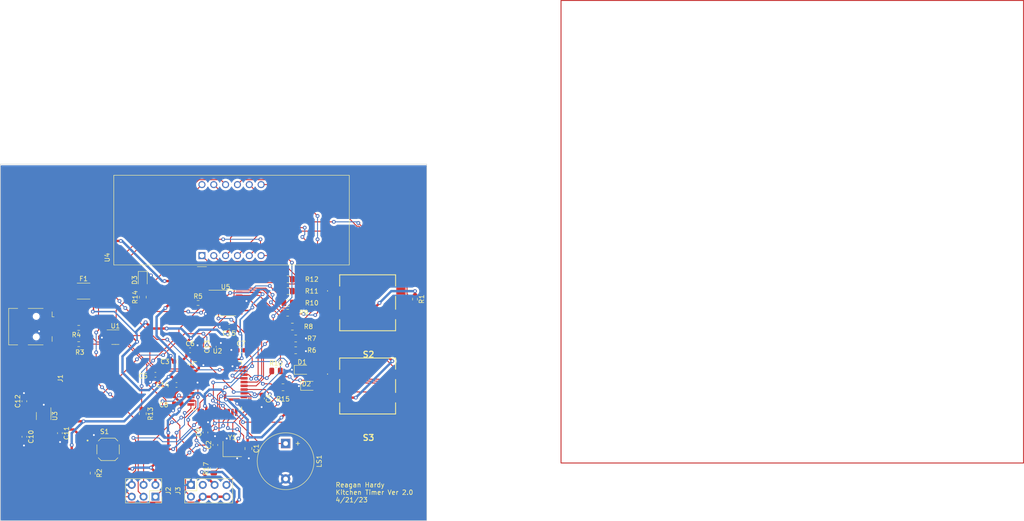
<source format=kicad_pcb>
(kicad_pcb (version 20221018) (generator pcbnew)
  (layers (0 "F.Cu" signal) (31 "B.Cu" signal) (34 "B.Paste" user) (35 "F.Paste" user) (36 "B.SilkS" user "B.Silkscreen") (37 "F.SilkS" user "F.Silkscreen") (38 "B.Mask" user) (39 "F.Mask" user) (44 "Edge.Cuts" user))
  (net 0 "")
  (net 1 "+5V")
  (net 2 "GND")
  (net 3 "/UCAP")
  (net 4 "/AREF")
  (net 5 "XTAL1")
  (net 6 "XTAL2")
  (net 7 "Net-(U3-BP)")
  (net 8 "+3.3V")
  (net 9 "Net-(D1-A)")
  (net 10 "Net-(D2-A)")
  (net 11 "Net-(D3-A)")
  (net 12 "Net-(J1-VBUS)")
  (net 13 "Net-(J1-D-)")
  (net 14 "Net-(J1-D+)")
  (net 16 "unconnected-(J1-Shield-Pad6)")
  (net 17 "MISO")
  (net 18 "SCK")
  (net 19 "MOSI")
  (net 20 "RST")
  (net 21 "TX")
  (net 23 "Net-(J3-Pin_5)")
  (net 24 "RX")
  (net 25 "Buzzer")
  (net 26 "USB_CONN_D+")
  (net 27 "USB_CONN_D-")
  (net 28 "Button_1")
  (net 29 "Button_2")
  (net 30 "a")
  (net 31 "Net-(U4-a)")
  (net 32 "b")
  (net 33 "Net-(U4-b)")
  (net 34 "c")
  (net 35 "Net-(U4-c)")
  (net 36 "d")
  (net 37 "Net-(U4-d)")
  (net 38 "e")
  (net 39 "Net-(U4-e)")
  (net 40 "f")
  (net 41 "Net-(U4-f)")
  (net 42 "g")
  (net 43 "Net-(U4-g)")
  (net 44 "dp")
  (net 45 "Net-(U4-DPX)")
  (net 46 "RED_LED")
  (net 47 "GREEN_LED")
  (net 48 "USB_D+")
  (net 49 "USB_D-")
  (net 50 "SH_CP")
  (net 52 "Dig3")
  (net 54 "Dig2")
  (net 55 "ST_CP")
  (net 56 "DS")
  (net 57 "Dig4")
  (net 58 "Dig1")
  (footprint "Buzzer_Beeper:Buzzer_12x9.5RM7.6" (layer "F.Cu") (at 109.4 167.32 -90)
    (fp_text reference "LS1")
    (fp_text value "Speaker" hide)
  )
  (footprint "Capacitor_SMD:C_0603_1608Metric" (layer "F.Cu") (at 88.9 147.32)
    (fp_text reference "C6")
    (fp_text value "0.1uF" hide)
  )
  (footprint "Capacitor_SMD:C_0603_1608Metric" (layer "F.Cu") (at 104.32 157.645 -90)
    (fp_text reference "C4")
    (fp_text value "0.1uF" hide)
  )
  (footprint "Connector_USB:USB_Mini-B_Lumberg_2486_01_Horizontal" (layer "F.Cu") (at 55.88 142.24 -90)
    (fp_text reference "J1")
    (fp_text value "USB_B_Mini" hide)
  )
  (footprint "Crystal:Crystal_SMD_Abracon_ABM8G-4Pin_3.2x2.5mm" (layer "F.Cu") (at 97.96 168.49)
    (fp_text reference "Y1")
    (fp_text value "16MHz" hide)
  )
  (footprint "Fuse:Fuse_1812_4532Metric" (layer "F.Cu") (at 66.04 134.62)
    (fp_text reference "F1")
    (fp_text value "PTCSMD" hide)
  )
  (footprint "Resistor_SMD:R_0805_2012Metric" (layer "F.Cu") (at 111.5625 144.78)
    (fp_text reference "R7")
    (fp_text value "10k" hide)
  )
  (footprint "Capacitor_SMD:C_0603_1608Metric" (layer "F.Cu") (at 53.34 165.875 -90)
    (fp_text reference "C10")
    (fp_text value "0.1uF" hide)
  )
  (footprint "Resistor_SMD:R_0603_1608Metric" (layer "F.Cu") (at 68 173.675 -90)
    (fp_text reference "R2")
    (fp_text value "10k" hide)
  )
  (footprint "Resistor_SMD:R_0805_2012Metric" (layer "F.Cu") (at 109.935 134.62)
    (fp_text reference "R11")
    (fp_text value "100" hide)
  )
  (footprint "Display_7Segment:CA56-12EWA" (layer "F.Cu") (at 91.44 127 90)
    (fp_text reference "U4")
    (fp_text value "CA56-12EWA" hide)
  )
  (footprint "Resistor_SMD:R_0603_1608Metric" (layer "F.Cu") (at 137.16 136.335 -90)
    (fp_text reference "R1")
    (fp_text value "1k" hide)
  )
  (footprint "Capacitor_SMD:C_0603_1608Metric" (layer "F.Cu") (at 94.32 167.64 90)
    (fp_text reference "C2")
    (fp_text value "1uF" hide)
  )
  (footprint "Resistor_SMD:R_0805_2012Metric" (layer "F.Cu") (at 107.3375 151.75)
    (fp_text reference "R16")
    (fp_text value "330" hide)
  )
  (footprint "Capacitor_SMD:C_0603_1608Metric" (layer "F.Cu") (at 85.975 154.75 180)
    (fp_text reference "C14")
    (fp_text value "2.2uF" hide)
  )
  (footprint "Resistor_SMD:R_0603_1608Metric" (layer "F.Cu") (at 65 146)
    (fp_text reference "R3")
    (fp_text value "22" hide)
  )
  (footprint "Resistor_SMD:R_0805_2012Metric" (layer "F.Cu") (at 109.8375 139.25)
    (fp_text reference "R9")
    (fp_text value "100" hide)
  )
  (footprint "Capacitor_SMD:C_0603_1608Metric" (layer "F.Cu") (at 97.295 142.24 180)
    (fp_text reference "C15")
    (fp_text value "0.1u" hide)
  )
  (footprint "Connector_PinSocket_2.54mm:PinSocket_2x04_P2.54mm_Vertical" (layer "F.Cu") (at 89.08 176.2 90)
    (fp_text reference "J3")
    (fp_text value "ESP_Conn" hide)
  )
  (footprint "Capacitor_SMD:C_0603_1608Metric" (layer "F.Cu") (at 92.202 164.9476 90)
    (fp_text reference "C9")
    (fp_text value "22p" hide)
  )
  (footprint "Capacitor_SMD:C_0603_1608Metric" (layer "F.Cu") (at 86.25 149.75 180)
    (fp_text reference "C3")
    (fp_text value "0.1uF" hide)
  )
  (footprint "Capacitor_SMD:C_0603_1608Metric" (layer "F.Cu") (at 81.4575 152.5675 180)
    (fp_text reference "C5")
    (fp_text value "0.1uF" hide)
  )
  (footprint "Capacitor_SMD:C_0603_1608Metric" (layer "F.Cu") (at 99.835 147.32)
    (fp_text reference "C7")
    (fp_text value "22p" hide)
  )
  (footprint "LED_SMD:LED_0805_2012Metric" (layer "F.Cu") (at 114.3 154.94)
    (fp_text reference "D2")
    (fp_text value "LED" hide)
  )
  (footprint "Package_QFP:TQFP-44_10x10mm_P0.8mm" (layer "F.Cu") (at 94.78 154.94)
    (fp_text reference "U2")
    (fp_text value "ATmega32U4-A" hide)
  )
  (footprint "Capacitor_SMD:C_0805_2012Metric" (layer "F.Cu") (at 101.42 168.4 -90)
    (fp_text reference "C1")
    (fp_text value "10uF" hide)
  )
  (footprint "PTS125_SMD_Button:PTS125_SMD_Button" (layer "F.Cu") (at 127 154.98)
    (fp_text reference "S3")
    (fp_text value "PTS125SM43SMTR21M_LFS" hide)
  )
  (footprint "PTS125_SMD_Button:PTS125_SMD_Button" (layer "F.Cu") (at 127 137.12)
    (fp_text reference "S2")
    (fp_text value "PTS125SM43SMTR21M_LFS" hide)
  )
  (footprint "Package_TO_SOT_SMD:SOT-23-5" (layer "F.Cu") (at 57.47 161.4225 -90)
    (fp_text reference "U3")
    (fp_text value "LP2985-3.3" hide)
  )
  (footprint "Resistor_SMD:R_0603_1608Metric" (layer "F.Cu") (at 90.615 137.16)
    (fp_text reference "R5")
    (fp_text value "10k" hide)
  )
  (footprint "Package_TO_SOT_SMD:SOT-23-6" (layer "F.Cu") (at 72.8625 144.5)
    (fp_text reference "U1")
    (fp_text value "USBLC6-2SC6" hide)
  )
  (footprint "LED_SMD:LED_0805_2012Metric" (layer "F.Cu") (at 78.74 132.08 -90)
    (fp_text reference "D3")
    (fp_text value "LED" hide)
  )
  (footprint "Resistor_SMD:R_0805_2012Metric" (layer "F.Cu") (at 111.5625 147.32)
    (fp_text reference "R6")
    (fp_text value "10k" hide)
  )
  (footprint "Resistor_SMD:R_0805_2012Metric" (layer "F.Cu") (at 93.98 172.72 90)
    (fp_text reference "R17")
    (fp_text value "330" hide)
  )
  (footprint "Resistor_SMD:R_0805_2012Metric" (layer "F.Cu") (at 78.74 160.9325 -90)
    (fp_text reference "R13")
    (fp_text value "100" hide)
  )
  (footprint "Capacitor_SMD:C_0603_1608Metric" (layer "F.Cu") (at 60.96 165.1 -90)
    (fp_text reference "C11")
    (fp_text value "0.1uF" hide)
  )
  (footprint "Resistor_SMD:R_0805_2012Metric" (layer "F.Cu") (at 78.75 135.9125 90)
    (fp_text reference "R14")
    (fp_text value "100" hide)
  )
  (footprint "Package_SO:TSSOP-16_4.4x5mm_P0.65mm" (layer "F.Cu") (at 96.52 137.16)
    (fp_text reference "U5")
    (fp_text value "74HC595" hide)
  )
  (footprint "Capacitor_SMD:C_0603_1608Metric" (layer "F.Cu") (at 53.34 158.255 90)
    (fp_text reference "C12")
    (fp_text value "1uF" hide)
  )
  (footprint "Resistor_SMD:R_0805_2012Metric" (layer "F.Cu") (at 109.935 132.08)
    (fp_text reference "R12")
    (fp_text value "100" hide)
  )
  (footprint "Resistor_SMD:R_0805_2012Metric" (layer "F.Cu") (at 109.935 137.16)
    (fp_text reference "R10")
    (fp_text value "100" hide)
  )
  (footprint "Capacitor_SMD:C_0603_1608Metric" (layer "F.Cu") (at 86.25 158.75 180)
    (fp_text reference "C8")
    (fp_text value "0.1uF" hide)
  )
  (footprint "LED_SMD:LED_0805_2012Metric" (layer "F.Cu") (at 112.9375 151.5)
    (fp_text reference "D1")
    (fp_text value "LED" hide)
  )
  (footprint "Resistor_SMD:R_0805_2012Metric" (layer "F.Cu") (at 108.8375 155.25)
    (fp_text reference "R15")
    (fp_text value "100" hide)
  )
  (footprint "Resistor_SMD:R_0603_1608Metric" (layer "F.Cu") (at 65 142.5)
    (fp_text reference "R4")
    (fp_text value "22" hide)
  )
  (footprint "Capacitor_SMD:C_0603_1608Metric" (layer "F.Cu") (at 93.98 146.545 90)
    (fp_text reference "C13")
    (fp_text value "10nF" hide)
  )
  (footprint "Connector_PinSocket_2.54mm:PinSocket_2x03_P2.54mm_Vertical" (layer "F.Cu") (at 81.46 178.74 -90)
    (fp_text reference "J2")
    (fp_text value "AVR-ISP-6" hide)
  )
  (footprint "Resistor_SMD:R_0805_2012Metric" (layer "F.Cu") (at 110.8475 142.24)
    (fp_text reference "R8")
    (fp_text value "100" hide)
  )
  (footprint "PTS526_SMD_Button:PTS526_SMD_Button" (layer "F.Cu") (at 71.3 168.58)
    (fp_text reference "S1")
    (fp_text value "PTS526_SM08_SMTR2_LFS" hide)
  )
  (gr_rect (start 168.5 72.25) (end 267.75 171.5) (stroke (width 0.2)) (fill none) (layer "F.Cu"))
  (gr_rect (start 48.1584 107.3658) (end 139.6746 183.9214) (stroke (width 0.1)) (fill none) (layer "Edge.Cuts"))
  (gr_text "Reagan Hardy \nKitchen Timer Ver 2.0\n4/21/23" (at 120.0404 180.0098) (layer "F.SilkS") (effects (font (size 1 1)) (justify left bottom)))
  (segment (start 91.9976 162.446811) (end 91.9976 162.0772) (width 0.3048) (layer "F.Cu") (net 1))
  (segment (start 86.552261 155.74) (end 85.598512 156.693749) (width 0.508) (layer "F.Cu") (net 1))
  (segment (start 101.25 166) (end 101.25 167.28) (width 0.508) (layer "F.Cu") (net 1))
  (segment (start 74.2976 144.7976) (end 74 144.5) (width 0.3048) (layer "F.Cu") (net 1))
  (segment (start 91.752168 162.692243) (end 91.752168 163.187632) (width 0.3048) (layer "F.Cu") (net 1))
  (segment (start 76.5 172.75) (end 70.504 172.75) (width 0.508) (layer "F.Cu") (net 1))
  (segment (start 82.2325 152.5675) (end 82.2325 153.7081) (width 0.508) (layer "F.Cu") (net 1))
  (segment (start 68.1775 138.8579) (end 68.0212 139.0142) (width 0.3048) (layer "F.Cu") (net 1))
  (segment (start 82.2325 152.5675) (end 82.2325 154.190239) (width 0.508) (layer "F.Cu") (net 1))
  (segment (start 60.96 164.325) (end 54.115 164.325) (width 0.508) (layer "F.Cu") (net 1))
  (segment (start 119.85 157.48) (end 124.46 157.48) (width 0.508) (layer "F.Cu") (net 1))
  (segment (start 88.125 148.65) (end 87.025 149.75) (width 0.508) (layer "F.Cu") (net 1))
  (segment (start 92.075 159.258) (end 92.38 159.563) (width 0.508) (layer "F.Cu") (net 1))
  (segment (start 99.597739 158.14) (end 100.48 158.14) (width 0.508) (layer "F.Cu") (net 1))
  (segment (start 84.2264 168.7736) (end 84.2264 164.9984) (width 0.508) (layer "F.Cu") (net 1))
  (segment (start 82.2325 153.7081) (end 81.1784 154.7622) (width 0.508) (layer "F.Cu") (net 1))
  (segment (start 55.265 159.03) (end 56.52 160.285) (width 0.508) (layer "F.Cu") (net 1))
  (segment (start 96.406298 156.629698) (end 96.259053 156.482453) (width 0.508) (layer "F.Cu") (net 1))
  (segment (start 82.2325 154.190239) (end 85.365773 157.323512) (width 0.508) (layer "F.Cu") (net 1))
  (segment (start 91.9976 162.0772) (end 92.38 161.6948) (width 0.3048) (layer "F.Cu") (net 1))
  (segment (start 96.6216 157.885153) (end 96.632447 157.896) (width 0.508) (layer "F.Cu") (net 1))
  (segment (start 68.1775 134.62) (end 68.1775 138.8579) (width 0.3048) (layer "F.Cu") (net 1))
  (segment (start 96.632447 157.896) (end 99.353739 157.896) (width 0.508) (layer "F.Cu") (net 1))
  (segment (start 127.08 139.62) (end 119.85 139.62) (width 0.508) (layer "F.Cu") (net 1))
  (segment (start 98.78 149.24) (end 99.7562 149.24) (width 0.3048) (layer "F.Cu") (net 1))
  (segment (start 58.42 158.712261) (end 58.42 160.285) (width 0.508) (layer "F.Cu") (net 1))
  (segment (start 91.752168 163.187632) (end 90.590653 164.349147) (width 0.3048) (layer "F.Cu") (net 1))
  (segment (start 85.598512 157.323512) (end 87.025 158.75) (width 0.508) (layer "F.Cu") (net 1))
  (segment (start 90.213 151.74) (end 89.08 151.74) (width 0.508) (layer "F.Cu") (net 1))
  (segment (start 63.953 164.325) (end 69.254 169.626) (width 0.508) (layer "F.Cu") (net 1))
  (segment (start 77.5208 145.4912) (end 76.8272 144.7976) (width 0.3048) (layer "F.Cu") (net 1))
  (segment (start 54.115 164.325) (end 53.34 165.1) (width 0.508) (layer "F.Cu") (net 1))
  (segment (start 99.353739 157.896) (end 99.597739 158.14) (width 0.508) (layer "F.Cu") (net 1))
  (segment (start 69.254 171.5) (end 69.254 171.596) (width 0.508) (layer "F.Cu") (net 1))
  (segment (start 70.504 172.75) (end 69.254 171.5) (width 0.508) (layer "F.Cu") (net 1))
  (segment (start 57.853739 158.146) (end 58.42 158.712261) (width 0.508) (layer "F.Cu") (net 1))
  (segment (start 76.8272 144.7976) (end 74.2976 144.7976) (width 0.3048) (layer "F.Cu") (net 1))
  (segment (start 81.46 173.46) (end 80.5 172.5) (width 0.508) (layer "F.Cu") (net 1))
  (segment (start 87.025 159.5836) (end 86.5886 160.02) (width 0.508) (layer "F.Cu") (net 1))
  (segment (start 83.8708 142.6464) (end 80.6958 142.6464) (width 0.508) (layer "F.Cu") (net 1))
  (segment (start 81.46 176.2) (end 81.46 173.46) (width 0.508) (layer "F.Cu") (net 1))
  (segment (start 89.08 155.74) (end 86.552261 155.74) (width 0.508) (layer "F.Cu") (net 1))
  (segment (start 87.947 151.74) (end 89.08 151.74) (width 0.508) (layer "F.Cu") (net 1))
  (segment (start 85.598512 156.693749) (end 85.598512 157.323512) (width 0.508) (layer "F.Cu") (net 1))
  (segment (start 88.125 147.32) (end 88.125 145.6566) (width 0.508) (layer "F.Cu") (net 1))
  (segment (start 80.6958 142.6464) (end 79.3496 141.3002) (width 0.508) (layer "F.Cu") (net 1))
  (segment (start 129.54 137.16) (end 127.08 139.62) (width 0.508) (layer "F.Cu") (net 1))
  (segment (start 127.08 144.418494) (end 127.08 139.62) (width 0.508) (layer "F.Cu") (net 1))
  (segment (start 132.300753 149.639247) (end 127.08 144.418494) (width 0.508) (layer "F.Cu") (net 1))
  (segment (start 87.025 150.818) (end 87.947 151.74) (width 0.508) (layer "F.Cu") (net 1))
  (segment (start 104.058926 134.885) (end 104.449563 135.275637) (width 0.3048) (layer "F.Cu") (net 1))
  (segment (start 84.471 168.529) (end 82.7231 170.2769) (width 0.3048) (layer "F.Cu") (net 1))
  (segment (start 88.125 147.32) (end 88.125 148.65) (width 0.508) (layer "F.Cu") (net 1))
  (segment (start 102.2604 138.1252) (end 101.6006 138.785) (width 0.3048) (layer "F.Cu") (net 1))
  (segment (start 96.406298 157.669851) (end 96.406298 156.629698) (width 0.508) (layer "F.Cu") (net 1))
  (segment (start 92.38 161.6948) (end 92.38 160.64) (width 0.3048) (layer "F.Cu") (net 1))
  (segment (start 99.3825 134.885) (end 104.058926 134.885) (width 0.3048) (layer "F.Cu") (net 1))
  (segment (start 53.34 159.03) (end 55.265 159.03) (width 0.508) (layer "F.Cu") (net 1))
  (segment (start 98.171 142.24) (end 99.6442 143.7132) (width 0.3048) (layer "F.Cu") (net 1))
  (segment (start 87.025 158.75) (end 87.025 159.5836) (width 0.508) (layer "F.Cu") (net 1))
  (segment (start 119.85 157.48) (end 112.77 157.48) (width 0.508) (layer "F.Cu") (net 1))
  (segment (start 98.07 142.24) (end 98.171 142.24) (width 0.3048) (layer "F.Cu") (net 1))
  (segment (start 99.7562 149.24) (end 99.9744 149.0218) (width 0.3048) (layer "F.Cu") (net 1))
  (segment (start 137.16 135.51) (end 137.16 134.62) (width 0.508) (layer "F.Cu") (net 1))
  (segment (start 96.9772 143.9164) (end 96.9772 143.3328) (width 0.508) (layer "F.Cu") (net 1))
  (segment (start 85.365773 157.323512) (end 85.598512 157.323512) (width 0.508) (layer "F.Cu") (net 1))
  (segment (start 91.752168 162.692243) (end 91.9976 162.446811) (width 0.3048) (layer "F.Cu") (net 1))
  (segment (start 55.265 159.03) (end 56.149 158.146) (width 0.508) (layer "F.Cu") (net 1))
  (segment (start 56.149 158.146) (end 57.853739 158.146) (width 0.508) (layer "F.Cu") (net 1))
  (segment (start 80.5 172.5) (end 82.7231 170.2769) (width 0.508) (layer "F.Cu") (net 1))
  (segment (start 60.96 164.325) (end 63.953 164.325) (width 0.508) (layer "F.Cu") (net 1))
  (segment (start 96.6216 157.885153) (end 96.406298 157.669851) (width 0.508) (layer "F.Cu") (net 1))
  (segment (start 54.115 164.325) (end 54.115 159.805) (width 0.508) (layer "F.Cu") (net 1))
  (segment (start 69.254 169.626) (end 69.254 171.5) (width 0.508) (layer "F.Cu") (net 1))
  (segment (start 82.7231 170.2769) (end 84.2264 168.7736) (width 0.508) (layer "F.Cu") (net 1))
  (segment (start 101.6006 138.785) (end 99.3825 138.785) (width 0.3048) (layer "F.Cu") (net 1))
  (segment (start 90.78 149.24) (end 90.78 151.173) (width 0.508) (layer "F.Cu") (net 1))
  (segment (start 54.115 159.805) (end 53.34 159.03) (width 0.508) (layer "F.Cu") (net 1))
  (segment (start 85.2678 168.529) (end 84.471 168.529) (width 0.3048) (layer "F.Cu") (net 1))
  (segment (start 87.025 149.75) (end 87.025 150.818) (width 0.508) (layer "F.Cu") (net 1))
  (segment (start 88.125 145.6566) (end 89.0524 144.7292) (width 0.508) (layer "F.Cu") (net 1))
  (segment (start 90.78 151.173) (end 90.213 151.74) (width 0.508) (layer "F.Cu") (net 1))
  (segment (start 92.38 159.563) (end 92.38 160.64) (width 0.508) (layer "F.Cu") (net 1))
  (segment (start 96.9772 143.3328) (end 98.07 142.24) (width 0.508) (layer "F.Cu") (net 1))
  (segment (start 112.77 157.48) (end 108.5 161.75) (width 0.508) (layer "F.Cu") (net 1))
  (segment (start 69.254 171.596) (end 68 172.85) (width 0.508) (layer "F.Cu") (net 1))
  (segment (start 101.25 167.28) (end 101.42 167.45) (width 0.508) (layer "F.Cu") (net 1))
  (via (at 86.5886 160.02) (size 0.8) (drill 0.4) (layers "F.Cu" "B.Cu") (net 1))
  (via (at 99.9744 149.0218) (size 0.8) (drill 0.4) (layers "F.Cu" "B.Cu") (net 1))
  (via (at 84.2264 164.9984) (size 0.8) (drill 0.4) (layers "F.Cu" "B.Cu") (net 1))
  (via (at 85.2678 168.529) (size 0.8) (drill 0.4) (layers "F.Cu" "B.Cu") (net 1))
  (via (at 96.6216 157.885153) (size 0.8) (drill 0.4) (layers "F.Cu" "B.Cu") (net 1))
  (via (at 77.5208 145.4912) (size 0.8) (drill 0.4) (layers "F.Cu" "B.Cu") (net 1))
  (via (at 92.075 159.258) (size 0.8) (drill 0.4) (layers "F.Cu" "B.Cu") (net 1))
  (via (at 129.54 137.16) (size 0.8) (drill 0.4) (layers "F.Cu" "B.Cu") (net 1))
  (via (at 96.259053 156.482453) (size 0.8) (drill 0.4) (layers "F.Cu" "B.Cu") (net 1))
  (via (at 132.300753 149.639247) (size 0.8) (drill 0.4) (layers "F.Cu" "B.Cu") (net 1))
  (via (at 101.25 166) (size 0.8) (drill 0.4) (layers "F.Cu" "B.Cu") (net 1))
  (via (at 80.5 172.5) (size 0.8) (drill 0.4) (layers "F.Cu" "B.Cu") (net 1))
  (via (at 79.3496 141.3002) (size 0.8) (drill 0.4) (layers "F.Cu" "B.Cu") (net 1))
  (via (at 76.5 172.75) (size 0.8) (drill 0.4) (layers "F.Cu" "B.Cu") (net 1))
  (via (at 96.9772 143.9164) (size 0.8) (drill 0.4) (layers "F.Cu" "B.Cu") (net 1))
  (via (at 124.46 157.48) (size 0.8) (drill 0.4) (layers "F.Cu" "B.Cu") (net 1))
  (via (at 83.8708 142.6464) (size 0.8) (drill 0.4) (layers "F.Cu" "B.Cu") (net 1))
  (via (at 89.0524 144.7292) (size 0.8) (drill 0.4) (layers "F.Cu" "B.Cu") (net 1))
  (via (at 137.16 134.62) (size 0.8) (drill 0.4) (layers "F.Cu" "B.Cu") (net 1))
  (via (at 104.449563 135.275637) (size 0.8) (drill 0.4) (layers "F.Cu" "B.Cu") (net 1))
  (via (at 102.2604 138.1252) (size 0.8) (drill 0.4) (layers "F.Cu" "B.Cu") (net 1))
  (via (at 90.590653 164.349147) (size 0.8) (drill 0.4) (layers "F.Cu" "B.Cu") (net 1))
  (via (at 68.0212 139.0142) (size 0.8) (drill 0.4) (layers "F.Cu" "B.Cu") (net 1))
  (via (at 81.1784 154.7622) (size 0.8) (drill 0.4) (layers "F.Cu" "B.Cu") (net 1))
  (via (at 108.5 161.75) (size 0.8) (drill 0.4) (layers "F.Cu" "B.Cu") (net 1))
  (via (at 99.6442 143.7132) (size 0.8) (drill 0.4) (layers "F.Cu" "B.Cu") (net 1))
  (segment (start 93.0402 155.7528) (end 92.075 156.718) (width 0.508) (layer "B.Cu") (net 1))
  (segment (start 77.3557 143.2941) (end 77.3557 143.7259) (width 0.508) (layer "B.Cu") (net 1))
  (segment (start 95.5294 155.7528) (end 93.0402 155.7528) (width 0.508) (layer "B.Cu") (net 1))
  (segment (start 104.449563 135.275637) (end 102.2604 137.4648) (width 0.3048) (layer "B.Cu") (net 1))
  (segment (start 137.16 134.62) (end 132.08 134.62) (width 0.508) (layer "B.Cu") (net 1))
  (segment (start 77.5208 143.891) (end 77.3557 143.7259) (width 0.3048) (layer "B.Cu") (net 1))
  (segment (start 80.5 172.5) (end 76.75 172.5) (width 0.508) (layer "B.Cu") (net 1))
  (segment (start 78.146261 155.854) (end 74.396 152.103739) (width 0.508) (layer "B.Cu") (net 1))
  (segment (start 77.3557 143.7259) (end 72.644 139.0142) (width 0.3048) (layer "B.Cu") (net 1))
  (segment (start 108.5 161.75) (end 104.25 166) (width 0.508) (layer "B.Cu") (net 1))
  (segment (start 84.2264 164.9984) (end 84.146 164.918) (width 0.508) (layer "B.Cu") (net 1))
  (segment (start 74.396 148.616) (end 77.5208 145.4912) (width 0.508) (layer "B.Cu") (net 1))
  (segment (start 74.396 152.103739) (end 74.396 148.616) (width 0.508) (layer "B.Cu") (net 1))
  (segment (start 99.9744 149.0218) (end 99.9744 144.0434) (width 0.3048) (layer "B.Cu") (net 1))
  (segment (start 94.6614 142.896) (end 95.6818 143.9164) (width 0.508) (layer "B.Cu") (net 1))
  (segment (start 132.08 134.62) (end 129.54 137.16) (width 0.508) (layer "B.Cu") (net 1))
  (segment (start 96.6216 157.885153) (end 96.927414 157.885153) (width 0.508) (layer "B.Cu") (net 1))
  (segment (start 86.5886 160.4518) (end 86.5886 160.02) (width 0.508) (layer "B.Cu") (net 1))
  (segment (start 89.0524 144.7292) (end 86.9696 142.6464) (width 0.508) (layer "B.Cu") (net 1))
  (segment (start 89.0524 144.7292) (end 90.8856 142.896) (width 0.508) (layer "B.Cu") (net 1))
  (segment (start 86.5886 160.02) (end 90.1096 156.499) (width 0.508) (layer "B.Cu") (net 1))
  (segment (start 124.46 157.48) (end 132.300753 149.639247) (width 0.508) (layer "B.Cu") (net 1))
  (segment (start 99.6442 140.7414) (end 102.2604 138.1252) (width 0.3048) (layer "B.Cu") (net 1))
  (segment (start 72.644 139.0142) (end 68.0212 139.0142) (width 0.3048) (layer "B.Cu") (net 1))
  (segment (start 85.4284 161.104) (end 85.9364 161.104) (width 0.508) (layer "B.Cu") (net 1))
  (segment (start 85.9364 161.104) (end 86.5886 160.4518) (width 0.508) (layer "B.Cu") (net 1))
  (segment (start 90.590653 164.349147) (end 89.447653 164.349147) (width 0.3048) (layer "B.Cu") (net 1))
  (segment (start 90.8856 142.896) (end 94.6614 142.896) (width 0.508) (layer "B.Cu") (net 1))
  (segment (start 84.146 162.3864) (end 85.4284 161.104) (width 0.508) (layer "B.Cu") (net 1))
  (segment (start 90.1096 156.499) (end 90.930139 156.499) (width 0.508) (layer "B.Cu") (net 1))
  (segment (start 76.75 172.5) (end 76.5 172.75) (width 0.508) (layer "B.Cu") (net 1))
  (segment (start 95.6818 143.9164) (end 96.9772 143.9164) (width 0.508) (layer "B.Cu") (net 1))
  (segment (start 99.6442 143.7132) (end 99.6442 140.7414) (width 0.3048) (layer "B.Cu") (net 1))
  (segment (start 102.2604 137.4648) (end 102.2604 138.1252) (width 0.3048) (layer "B.Cu") (net 1))
  (segment (start 79.3496 141.3002) (end 77.3557 143.2941) (width 0.508) (layer "B.Cu") (net 1))
  (segment (start 92.075 157.643861) (end 92.075 159.258) (width 0.508) (layer "B.Cu") (net 1))
  (segment (start 80.0866 155.854) (end 78.146261 155.854) (width 0.508) (layer "B.Cu") (net 1))
  (segment (start 101.25 162.207739) (end 101.25 166) (width 0.508) (layer "B.Cu") (net 1))
  (segment (start 89.447653 164.349147) (end 85.2678 168.529) (width 0.3048) (layer "B.Cu") (net 1))
  (segment (start 99.9744 144.0434) (end 99.6442 143.7132) (width 0.3048) (layer "B.Cu") (net 1))
  (segment (start 104.25 166) (end 101.25 166) (width 0.508) (layer "B.Cu") (net 1))
  (segment (start 84.146 164.918) (end 84.146 162.3864) (width 0.508) (layer "B.Cu") (net 1))
  (segment (start 77.5208 145.4912) (end 77.5208 143.891) (width 0.3048) (layer "B.Cu") (net 1))
  (segment (start 90.930139 156.499) (end 92.075 157.643861) (width 0.508) (layer "B.Cu") (net 1))
  (segment (start 96.927414 157.885153) (end 101.25 162.207739) (width 0.508) (layer "B.Cu") (net 1))
  (segment (start 86.9696 142.6464) (end 83.8708 142.6464) (width 0.508) (layer "B.Cu") (net 1))
  (segment (start 92.075 156.718) (end 92.075 157.643861) (width 0.508) (layer "B.Cu") (net 1))
  (segment (start 96.259053 156.482453) (end 95.5294 155.7528) (width 0.508) (layer "B.Cu") (net 1))
  (segment (start 81.1784 154.7622) (end 80.0866 155.854) (width 0.508) (layer "B.Cu") (net 1))
  (segment (start 90.39 154.14) (end 89.08 154.14) (width 0.4826) (layer "F.Cu") (net 2))
  (segment (start 80.3175 154) (end 80.3175 152.9325) (width 0.4826) (layer "F.Cu") (net 2))
  (segment (start 92.25 139.5) (end 93.5925 139.5) (width 0.4826) (layer "F.Cu") (net 2))
  (segment (start 100.42 151) (end 100.48 150.94) (width 0.4826) (layer "F.Cu") (net 2))
  (segment (start 113.75 147.5) (end 112.655 147.5) (width 0.4826) (layer "F.Cu") (net 2))
  (segment (start 113.75 144.75) (end 112.505 144.75) (width 0.4826) (layer "F.Cu") (net 2))
  (segment (start 104.25 158.49) (end 104.32 158.42) (width 0.4826) (layer "F.Cu") (net 2))
  (segment (start 90.5 146.495) (end 89.675 147.32) (width 0.4826) (layer "F.Cu") (net 2))
  (segment (start 90.5 154.25) (end 90.39 154.14) (width 0.4826) (layer "F.Cu") (net 2))
  (segment (start 78.8475 131.25) (end 78.74 131.1425) (width 0.4826) (layer "F.Cu") (net 2))
  (segment (start 53.25 156.5) (end 53.25 157.39) (width 0.4826) (layer "F.Cu") (net 2))
  (segment (start 99 158.75) (end 99.19 158.94) (width 0.4826) (layer "F.Cu") (net 2))
  (segment (start 94.0789 159.4487) (end 93.2637 159.4487) (width 0.4826) (layer "F.Cu") (net 2))
  (segment (start 53.25 167.75) (end 53.25 166.74) (width 0.4826) (layer "F.Cu") (net 2))
  (segment (start 68.25 165.5) (end 68.25 166.68) (width 0.4826) (layer "F.Cu") (net 2))
  (segment (start 94.25 166.795) (end 94.32 166.865) (width 0.4826) (layer "F.Cu") (net 2))
  (segment (start 96.75 166.25) (end 96.75 167.53) (width 0.4826) (layer "F.Cu") (net 2))
  (segment (start 101 136.75) (end 100.915 136.835) (width 0.4826) (layer "F.Cu") (net 2))
  (segment (start 56.5 143.25) (end 57.09 143.84) (width 0.4826) (layer "F.Cu") (net 2))
  (segment (start 112.505 144.75) (end 112.475 144.78) (width 0.4826) (layer "F.Cu") (net 2))
  (segment (start 92.75 162.75) (end 92.75 163.6246) (width 0.508) (layer "F.Cu") (net 2))
  (segment (start 80.3175 152.9325) (end 80.6825 152.5675) (width 0.4826) (layer "F.Cu") (net 2))
  (segment (start 85.25 160.25) (end 85.25 158.975) (width 0.4826) (layer "F.Cu") (net 2))
  (segment (start 90.5 146.25) (end 90.5 146.495) (width 0.4826) (layer "F.Cu") (net 2))
  (segment (start 99.19 158.94) (end 100.48 158.94) (width 0.4826) (layer "F.Cu") (net 2))
  (segment (start 113.3025 155) (end 113.3625 154.94) (width 0.4826) (layer "F.Cu") (net 2))
  (segment (start 99 170.5) (end 99 169.4) (width 0.4826) (layer "F.Cu") (net 2))
  (segment (start 53.25 157.39) (end 53.34 157.48) (width 0.4826) (layer "F.Cu") (net 2))
  (segment (start 68.25 166.68) (end 68.3 166.73) (width 0.4826) (layer "F.Cu") (net 2))
  (segment (start 53.25 166.74) (end 53.34 166.65) (width 0.4826) (layer "F.Cu") (net 2))
  (segment (start 100.915 136.835) (end 99.3825 136.835) (width 0.4826) (layer "F.Cu") (net 2))
  (segment (start 84 154.75) (end 85.2 154.75) (width 0.4826) (layer "F.Cu") (net 2))
  (segment (start 57.5 160.255) (end 57.47 160.285) (width 0.4826) (layer "F.Cu") (net 2))
  (segment (start 112.655 147.5) (end 112.475 147.32) (width 0.4826) (layer "F.Cu") (net 2))
  (segment (start 94 145.75) (end 93.98 145.77) (width 0.4826) (layer "F.Cu") (net 2))
  (segment (start 95.25 142.25) (end 96.51 142.25) (width 0.4826) (layer "F.Cu") (net 2))
  (segment (start 93.2637 159.4487) (end 93.18 159.5324) (width 0.4826) (layer "F.Cu") (net 2))
  (segment (start 110.75 151.5) (end 112 151.5) (width 0.4826) (layer "F.Cu") (net 2))
  (segment (start 96.75 167.53) (end 96.86 167.64) (width 0.4826) (layer "F.Cu") (net 2))
  (segment (start 96.51 142.25) (end 96.52 142.24) (width 0.4826) (layer "F.Cu") (net 2))
  (segment (start 98 149.26) (end 97.98 149.24) (width 0.4826) (layer "F.Cu") (net 2))
  (segment (start 99 169.4) (end 99.06 169.34) (width 0.4826) (layer "F.Cu") (net 2))
  (segment (start 57.09 143.84) (end 58.58 143.84) (width 0.4826) (layer "F.Cu") (net 2))
  (segment (start 99 151) (end 100.42 151) (width 0.4826) (layer "F.Cu") (net 2))
  (segment (start 95.5 145.75) (end 94 145.75) (width 0.4826) (layer "F.Cu") (net 2))
  (segment (start 91.75 150.5) (end 91.58 150.33) (width 0.4826) (layer "F.Cu") (net 2))
  (segment (start 94.25 165.75) (end 94.25 166.795) (width 0.4826) (layer "F.Cu") (net 2))
  (segment (start 91.58 150.33) (end 91.58 149.24) (width 0.4826) (layer "F.Cu") (net 2))
  (segment (start 61 165.915) (end 60.96 165.875) (width 0.4826) (layer "F.Cu") (net 2))
  (segment (start 94.0789 159.290498) (end 94.0789 159.4487) (width 0.4826) (layer "F.Cu") (net 2))
  (segment (start 69.975 144.6) (end 71.495 144.6) (width 0.4826) (layer "F.Cu") (net 2))
  (segment (start 93.5925 139.5) (end 93.6575 139.435) (width 0.4826) (layer "F.Cu") (net 2))
  (segment (start 101.5 169.43) (end 101.42 169.35) (width 0.4826) (layer "F.Cu") (net 2))
  (segment (start 80.3175 154.0775) (end 80.3175 154) (width 0.4826) (layer "F.Cu") (net 2))
  (segment (start 85.25 158.975) (end 85.475 158.75) (width 0.4826) (layer "F.Cu") (net 2))
  (segment (start 98.99 147.25) (end 99.06 147.32) (width 0.4826) (layer "F.Cu") (net 2))
  (segment (start 101.5 170.5) (end 101.5 169.43) (width 0.4826) (layer "F.Cu") (net 2))
  (segment (start 80.5 131.25) (end 78.8475 131.25) (width 0.4826) (layer "F.Cu") (net 2))
  (segment (start 84.75 148.5) (end 84.75 149.025) (width 0.4826) (layer "F.Cu") (net 2))
  (segment (start 93.18 159.5324) (end 93.18 160.64) (width 0.4826) (layer "F.Cu") (net 2))
  (segment (start 57.5 159) (end 57.5 160.255) (width 0.4826) (layer "F.Cu") (net 2))
  (segment (start 71.625 144.6) (end 71.725 144.5) (width 0.4826) (layer "F.Cu") (net 2))
  (segment (start 98 150.75) (end 98 149.26) (width 0.4826) (layer "F.Cu") (net 2))
  (segment (start 61 167) (end 61 165.915) (width 0.4826) (layer "F.Cu") (net 2))
  (segment (start 92.75 163.6246) (end 92.202 164.1726) (width 0.508) (layer "F.Cu") (net 2))
  (segment (start 104.25 159.5) (end 104.25 158.49) (width 0.4826) (layer "F.Cu") (net 2))
  (segment (start 97.75 147.25) (end 98.99 147.25) (width 0.4826) (layer "F.Cu") (net 2))
  (segment (start 112.25 155) (end 113.3025 155) (width 0.4826) (layer "F.Cu") (net 2))
  (segment (start 84.75 149.025) (end 85.475 149.75) (width 0.4826) (layer "F.Cu") (net 2))
  (via (at 91.75 150.5) (size 0.8) (drill 0.4) (layers "F.Cu" "B.Cu") (net 2))
  (via (at 104.25 159.5) (size 0.8) (drill 0.4) (layers "F.Cu" "B.Cu") (net 2))
  (via (at 95.5 145.75) (size 0.8) (drill 0.4) (layers "F.Cu" "B.Cu") (net 2))
  (via (at 80.5 131.25) (size 0.8) (drill 0.4) (layers "F.Cu" "B.Cu") (net 2))
  (via (at 94.0789 159.290498) (size 0.8) (drill 0.4) (layers "F.Cu" "B.Cu") (net 2))
  (via (at 101 136.75) (size 0.8) (drill 0.4) (layers "F.Cu" "B.Cu") (net 2))
  (via (at 99 170.5) (size 0.8) (drill 0.4) (layers "F.Cu" "B.Cu") (net 2))
  (via (at 113.75 144.75) (size 0.8) (drill 0.4) (layers "F.Cu" "B.Cu") (net 2))
  (via (at 80.3175 154.0775) (size 0.8) (drill 0.4) (layers "F.Cu" "B.Cu") (net 2))
  (via (at 56.5 143.25) (size 0.8) (drill 0.4) (layers "F.Cu" "B.Cu") (net 2))
  (via (at 53.25 156.5) (size 0.8) (drill 0.4) (layers "F.Cu" "B.Cu") (net 2))
  (via (at 101.5 170.5) (size 0.8) (drill 0.4) (layers "F.Cu" "B.Cu") (net 2))
  (via (at 94.25 165.75) (size 0.8) (drill 0.4) (layers "F.Cu" "B.Cu") (net 2))
  (via (at 110.75 151.5) (size 0.8) (drill 0.4) (layers "F.Cu" "B.Cu") (net 2))
  (via (at 96.75 166.25) (size 0.8) (drill 0.4) (layers "F.Cu" "B.Cu") (net 2))
  (via (at 57.5 159) (size 0.8) (drill 0.4) (layers "F.Cu" "B.Cu") (net 2))
  (via (at 113.75 147.5) (size 0.8) (drill 0.4) (layers "F.Cu" "B.Cu") (net 2))
  (via (at 97.75 147.25) (size 0.8) (drill 0.4) (layers "F.Cu" "B.Cu") (net 2))
  (via (at 99 151) (size 0.8) (drill 0.4) (layers "F.Cu" "B.Cu") (net 2))
  (via (at 85.25 160.25) (size 0.8) (drill 0.4) (layers "F.Cu" "B.Cu") (net 2))
  (via (at 99 158.75) (size 0.8) (drill 0.4) (layers "F.Cu" "B.Cu") (net 2))
  (via (at 90.5 154.25) (size 0.8) (drill 0.4) (layers "F.Cu" "B.Cu") (net 2))
  (via (at 92.25 139.5) (size 0.8) (drill 0.4) (layers "F.Cu" "B.Cu") (net 2))
  (via (at 69.975 144.6) (size 0.8) (drill 0.4) (layers "F.Cu" "B.Cu") (net 2))
  (via (at 61 167) (size 0.8) (drill 0.4) (layers "F.Cu" "B.Cu") (net 2))
  (via (at 53.25 167.75) (size 0.8) (drill 0.4) (layers "F.Cu" "B.Cu") (net 2))
  (via (at 84.75 148.5) (size 0.8) (drill 0.4) (layers "F.Cu" "B.Cu") (net 2))
  (via (at 98 150.75) (size 0.8) (drill 0.4) (layers "F.Cu" "B.Cu") (net 2))
  (via (at 112.25 155) (size 0.8) (drill 0.4) (layers "F.Cu" "B.Cu") (net 2))
  (via (at 84 154.75) (size 0.8) (drill 0.4) (layers "F.Cu" "B.Cu") (net 2))
  (via (at 68.25 165.5) (size 0.8) (drill 0.4) (layers "F.Cu" "B.Cu") (net 2))
  (via (at 92.75 162.75) (size 0.8) (drill 0.4) (layers "F.Cu" "B.Cu") (net 2))
  (via (at 95.25 142.25) (size 0.8) (drill 0.4) (layers "F.Cu" "B.Cu") (net 2))
  (via (at 90.5 146.25) (size 0.8) (drill 0.4) (layers "F.Cu" "B.Cu") (net 2))
  (segment (start 92.0242 168.656) (end 92.2652 168.415) (width 0.2032) (layer "F.Cu") (net 3))
  (segment (start 92.2652 168.415) (end 94.32 168.415) (width 0.2032) (layer "F.Cu") (net 3))
  (segment (start 90.5764 155.4832) (end 90.0332 154.94) (width 0.2032) (layer "F.Cu") (net 3))
  (segment (start 90.5764 157.353) (end 90.5764 155.4832) (width 0.2032) (layer "F.Cu") (net 3))
  (segment (start 90.265091 166.674011) (end 90.265091 165.015091) (width 0.2032) (layer "F.Cu") (net 3))
  (segment (start 88.5 163.25) (end 88.5 162.25) (width 0.2032) (layer "F.Cu") (net 3))
  (segment (start 90.0332 154.94) (end 89.08 154.94) (width 0.2032) (layer "F.Cu") (net 3))
  (segment (start 90.265091 165.015091) (end 88.5 163.25) (width 0.2032) (layer "F.Cu") (net 3))
  (via (at 92.0242 168.656) (size 0.8) (drill 0.4) (layers "F.Cu" "B.Cu") (net 3))
  (via (at 90.265091 166.674011) (size 0.8) (drill 0.4) (layers "F.Cu" "B.Cu") (net 3))
  (via (at 90.5764 157.353) (size 0.8) (drill 0.4) (layers "F.Cu" "B.Cu") (net 3))
  (via (at 88.5 162.25) (size 0.8) (drill 0.4) (layers "F.Cu" "B.Cu") (net 3))
  (segment (start 90.323224 166.674011) (end 90.265091 166.674011) (width 0.2032) (layer "B.Cu") (net 3))
  (segment (start 88.5 161.75) (end 88.5 162.25) (width 0.2032) (layer "B.Cu") (net 3))
  (segment (start 90.5764 157.353) (end 90.5764 159.6736) (width 0.2032) (layer "B.Cu") (net 3))
  (segment (start 92.0242 168.374987) (end 90.323224 166.674011) (width 0.2032) (layer "B.Cu") (net 3))
  (segment (start 90.5764 159.6736) (end 88.5 161.75) (width 0.2032) (layer "B.Cu") (net 3))
  (segment (start 92.0242 168.656) (end 92.0242 168.374987) (width 0.2032) (layer "B.Cu") (net 3))
  (segment (start 98.25 155.9382) (end 98.25 156.25) (width 0.2032) (layer "F.Cu") (net 4))
  (segment (start 92.38 149.24) (end 92.38 150.0682) (width 0.2032) (layer "F.Cu") (net 4))
  (segment (start 102.75 156.75) (end 104.2 156.75) (width 0.2032) (layer "F.Cu") (net 4))
  (segment (start 104.2 156.75) (end 104.32 156.87) (width 0.2032) (layer "F.Cu") (net 4))
  (segment (start 92.38 150.0682) (end 98.25 155.9382) (width 0.2032) (layer "F.Cu") (net 4))
  (via (at 102.75 156.75) (size 0.8) (drill 0.4) (layers "F.Cu" "B.Cu") (net 4))
  (via (at 98.25 156.25) (size 0.8) (drill 0.4) (layers "F.Cu" "B.Cu") (net 4))
  (segment (start 98.25 156.25) (end 102.25 156.25) (width 0.2032) (layer "B.Cu") (net 4))
  (segment (start 102.25 156.25) (end 102.75 156.75) (width 0.2032) (layer "B.Cu") (net 4))
  (segment (start 102.228347 150.7236) (end 102.228347 148.938347) (width 0.2032) (layer "F.Cu") (net 5))
  (segment (start 102.228347 148.938347) (end 100.61 147.32) (width 0.2032) (layer "F.Cu") (net 5))
  (segment (start 96.86 169.34) (end 96.6568 169.34) (width 0.2032) (layer "F.Cu") (net 5))
  (segment (start 95.0966 161.9098) (end 94.78 161.5932) (width 0.2032) (layer "F.Cu") (net 5))
  (segment (start 96.5 155.25) (end 94.78 156.97) (width 0.2032) (layer "F.Cu") (net 5))
  (segment (start 95.0966 167.7798) (end 95.0966 161.9098) (width 0.2032) (layer "F.Cu") (net 5))
  (segment (start 94.78 161.5932) (end 94.78 160.64) (width 0.2032) (layer "F.Cu") (net 5))
  (segment (start 94.78 156.97) (end 94.78 160.64) (width 0.2032) (layer "F.Cu") (net 5))
  (segment (start 96.6568 169.34) (end 95.0966 167.7798) (width 0.2032) (layer "F.Cu") (net 5))
  (via (at 102.228347 150.7236) (size 0.8) (drill 0.4) (layers "F.Cu" "B.Cu") (net 5))
  (via (at 96.5 155.25) (size 0.8) (drill 0.4) (layers "F.Cu" "B.Cu") (net 5))
  (segment (start 102.0064 150.7236) (end 97.48 155.25) (width 0.2032) (layer "B.Cu") (net 5))
  (segment (start 102.228347 150.7236) (end 102.0064 150.7236) (width 0.2032) (layer "B.Cu") (net 5))
  (segment (start 97.48 155.25) (end 96.5 155.25) (width 0.2032) (layer "B.Cu") (net 5))
  (segment (start 93.98 160.64) (end 93.98 162.512213) (width 0.2032) (layer "F.Cu") (net 6))
  (segment (start 94.205146 163.018792) (end 94.205146 162.737359) (width 0.2032) (layer "F.Cu") (net 6))
  (segment (start 94.205146 162.737359) (end 93.98 162.512213) (width 0.2032) (layer "F.Cu") (net 6))
  (segment (start 92.9786 164.946) (end 92.9786 164.245338) (width 0.2032) (layer "F.Cu") (net 6))
  (segment (start 92.202 165.7226) (end 92.9786 164.946) (width 0.2032) (layer "F.Cu") (net 6))
  (segment (start 99.06 166.44) (end 99.25 166.25) (width 0.2032) (layer "F.Cu") (net 6))
  (segment (start 99.06 167.64) (end 99.06 166.44) (width 0.2032) (layer "F.Cu") (net 6))
  (segment (start 92.9786 164.245338) (end 94.205146 163.018792) (width 0.2032) (layer "F.Cu") (net 6))
  (via (at 94.205146 163.018792) (size 0.8) (drill 0.4) (layers "F.Cu" "B.Cu") (net 6))
  (via (at 99.25 166.25) (size 0.8) (drill 0.4) (layers "F.Cu" "B.Cu") (net 6))
  (segment (start 98.5484 162.7984) (end 94.425538 162.7984) (width 0.2032) (layer "B.Cu") (net 6))
  (segment (start 99.25 166.25) (end 99.7016 165.7984) (width 0.2032) (layer "B.Cu") (net 6))
  (segment (start 94.425538 162.7984) (end 94.205146 163.018792) (width 0.2032) (layer "B.Cu") (net 6))
  (segment (start 99.7016 165.7984) (end 99.7016 163.9516) (width 0.2032) (layer "B.Cu") (net 6))
  (segment (start 99.7016 163.9516) (end 98.5484 162.7984) (width 0.2032) (layer "B.Cu") (net 6))
  (segment (start 77.497047 149.252953) (end 65.1541 161.5959) (width 0.2032) (layer "F.Cu") (net 7))
  (segment (start 65.1541 161.5959) (end 57.4841 161.5959) (width 0.2032) (layer "F.Cu") (net 7))
  (segment (start 87.728558 143.75) (end 91.75 143.75) (width 0.2032) (layer "F.Cu") (net 7))
  (segment (start 83.114279 148.364279) (end 87.728558 143.75) (width 0.2032) (layer "F.Cu") (net 7))
  (segment (start 92.91 146.25) (end 93.98 147.32) (width 0.2032) (layer "F.Cu") (net 7))
  (segment (start 92.5045 146.25) (end 92.91 146.25) (width 0.2032) (layer "F.Cu") (net 7))
  (segment (start 57.4841 161.5959) (end 56.52 162.56) (width 0.2032) (layer "F.Cu") (net 7))
  (via (at 83.114279 148.364279) (size 0.8) (drill 0.4) (layers "F.Cu" "B.Cu") (net 7))
  (via (at 92.5045 146.25) (size 0.8) (drill 0.4) (layers "F.Cu" "B.Cu") (net 7))
  (via (at 77.497047 149.252953) (size 0.8) (drill 0.4) (layers "F.Cu" "B.Cu") (net 7))
  (via (at 91.75 143.75) (size 0.8) (drill 0.4) (layers "F.Cu" "B.Cu") (net 7))
  (segment (start 77.497047 149.252953) (end 78.385721 148.364279) (width 0.2032) (layer "B.Cu") (net 7))
  (segment (start 91.75 143.75) (end 92.5045 144.5045) (width 0.2032) (layer "B.Cu") (net 7))
  (segment (start 92.5045 144.5045) (end 92.5045 146.25) (width 0.2032) (layer "B.Cu") (net 7))
  (segment (start 78.385721 148.364279) (end 83.114279 148.364279) (width 0.2032) (layer "B.Cu") (net 7))
  (segment (start 94.16 178.74) (end 96.7 178.74) (width 0.508) (layer "F.Cu") (net 8))
  (segment (start 58.42 162.56) (end 66.04 162.56) (width 0.508) (layer "F.Cu") (net 8))
  (segment (start 84.6836 137.16) (end 83.5914 138.2522) (width 0.508) (layer "F.Cu") (net 8))
  (segment (start 90.316 180.044) (end 91.62 178.74) (width 0.508) (layer "F.Cu") (net 8))
  (segment (start 72.144104 180.044) (end 90.316 180.044) (width 0.508) (layer "F.Cu") (net 8))
  (segment (start 91.62 178.74) (end 94.16 178.74) (width 0.508) (layer "F.Cu") (net 8))
  (segment (start 63.5 171.399896) (end 72.144104 180.044) (width 0.508) (layer "F.Cu") (net 8))
  (segment (start 85.0096 153.0096) (end 86.75 154.75) (width 0.508) (layer "F.Cu") (net 8))
  (segment (start 63.5 167.64) (end 63.5 171.399896) (width 0.508) (layer "F.Cu") (net 8))
  (segment (start 89.79 137.16) (end 84.6836 137.16) (width 0.508) (layer "F.Cu") (net 8))
  (segment (start 84.3026 153.0096) (end 85.0096 153.0096) (width 0.508) (layer "F.Cu") (net 8))
  (via (at 63.5 167.64) (size 0.8) (drill 0.4) (layers "F.Cu" "B.Cu") (net 8))
  (via (at 83.5914 138.2522) (size 0.8) (drill 0.4) (layers "F.Cu" "B.Cu") (net 8))
  (via (at 66.04 162.56) (size 0.8) (drill 0.4) (layers "F.Cu" "B.Cu") (net 8))
  (via (at 84.3026 153.0096) (size 0.8) (drill 0.4) (layers "F.Cu" "B.Cu") (net 8))
  (segment (start 81.7118 144.254061) (end 85.604 148.146261) (width 0.508) (layer "B.Cu") (net 8))
  (segment (start 63.5 165.1) (end 63.5 167.64) (width 0.508) (layer "B.Cu") (net 8))
  (segment (start 74.7522 162.56) (end 84.3026 153.0096) (width 0.508) (layer "B.Cu") (net 8))
  (segment (start 66.04 162.56) (end 74.7522 162.56) (width 0.508) (layer "B.Cu") (net 8))
  (segment (start 85.604 148.146261) (end 85.604 151.7082) (width 0.508) (layer "B.Cu") (net 8))
  (segment (start 85.604 151.7082) (end 84.3026 153.0096) (width 0.508) (layer "B.Cu") (net 8))
  (segment (start 66.04 162.56) (end 63.5 165.1) (width 0.508) (layer "B.Cu") (net 8))
  (segment (start 83.5914 138.2522) (end 81.7118 140.1318) (width 0.508) (layer "B.Cu") (net 8))
  (segment (start 81.7118 140.1318) (end 81.7118 144.254061) (width 0.508) (layer "B.Cu") (net 8))
  (segment (start 135.618611 153.9348) (end 116.3098 153.9348) (width 0.2032) (layer "F.Cu") (net 9))
  (segment (start 116.3098 153.9348) (end 113.875 151.5) (width 0.2032) (layer "F.Cu") (net 9))
  (segment (start 137.16 152.393411) (end 135.618611 153.9348) (width 0.2032) (layer "F.Cu") (net 9))
  (segment (start 137.16 137.16) (end 137.16 152.393411) (width 0.2032) (layer "F.Cu") (net 9))
  (segment (start 110.25 153) (end 109.5 153) (width 0.2032) (layer "F.Cu") (net 10))
  (segment (start 115.2375 154.94) (end 114.0475 153.75) (width 0.2032) (layer "F.Cu") (net 10))
  (segment (start 114.0475 153.75) (end 112.5 153.75) (width 0.2032) (layer "F.Cu") (net 10))
  (segment (start 109.5 153) (end 108.25 151.75) (width 0.2032) (layer "F.Cu") (net 10))
  (via (at 112.5 153.75) (size 0.8) (drill 0.4) (layers "F.Cu" "B.Cu") (net 10))
  (via (at 110.25 153) (size 0.8) (drill 0.4) (layers "F.Cu" "B.Cu") (net 10))
  (segment (start 112.5 153.75) (end 111 153.75) (width 0.2032) (layer "B.Cu") (net 10))
  (segment (start 111 153.75) (end 110.25 153) (width 0.2032) (layer "B.Cu") (net 10))
  (segment (start 75.0872 145.8516) (end 74.899559 145.8516) (width 0.2032) (layer "F.Cu") (net 11))
  (segment (start 73.173841 144.025) (end 73.0359 143.887059) (width 0.2032) (layer "F.Cu") (net 11))
  (segment (start 73.0359 143.887059) (end 73.0359 138.7216) (width 0.2032) (layer "F.Cu") (net 11))
  (segment (start 86.7016 166.2798) (end 86.7016 163.4516) (width 0.2032) (layer "F.Cu") (net 11))
  (segment (start 73.0359 144.162941) (end 73.173841 144.025) (width 0.2032) (layer "F.Cu") (net 11))
  (segment (start 74.899559 145.8516) (end 74.699559 146.0516) (width 0.2032) (layer "F.Cu") (net 11))
  (segment (start 83.7016 160.4516) (end 83.7016 157.959387) (width 0.2032) (layer "F.Cu") (net 11))
  (segment (start 89.4426 169.0208) (end 89.4426 168.968387) (width 0.2032) (layer "F.Cu") (net 11))
  (segment (start 92.2293 171.8075) (end 89.4426 169.0208) (width 0.2032) (layer "F.Cu") (net 11))
  (segment (start 82.742213 157) (end 82.247787 157) (width 0.2032) (layer "F.Cu") (net 11))
  (segment (start 73.0359 145.787059) (end 73.0359 144.162941) (width 0.2032) (layer "F.Cu") (net 11))
  (segment (start 89.031613 168.5574) (end 88.9792 168.5574) (width 0.2032) (layer "F.Cu") (net 11))
  (segment (start 82.247787 157) (end 79.6159 154.368113) (width 0.2032) (layer "F.Cu") (net 11))
  (segment (start 74.699559 146.0516) (end 73.300441 146.0516) (width 0.2032) (layer "F.Cu") (net 11))
  (segment (start 89.4426 168.968387) (end 89.031613 168.5574) (width 0.2032) (layer "F.Cu") (net 11))
  (segment (start 86.7016 163.4516) (end 83.7016 160.4516) (width 0.2032) (layer "F.Cu") (net 11))
  (segment (start 88.9792 168.5574) (end 86.7016 166.2798) (width 0.2032) (layer "F.Cu") (net 11))
  (segment (start 79.6159 150.3803) (end 75.0872 145.8516) (width 0.2032) (layer "F.Cu") (net 11))
  (segment (start 79.6159 154.368113) (end 79.6159 150.3803) (width 0.2032) (layer "F.Cu") (net 11))
  (segment (start 73.300441 146.0516) (end 73.0359 145.787059) (width 0.2032) (layer "F.Cu") (net 11))
  (segment (start 93.98 171.8075) (end 92.2293 171.8075) (width 0.2032) (layer "F.Cu") (net 11))
  (segment (start 83.7016 157.959387) (end 82.742213 157) (width 0.2032) (layer "F.Cu") (net 11))
  (segment (start 73.0359 138.7216) (end 78.74 133.0175) (width 0.2032) (layer "F.Cu") (net 11))
  (segment (start 63.9025 136.0975) (end 59.2513 140.7487) (width 0.4826) (layer "F.Cu") (net 12))
  (segment (start 58.6887 140.7487) (end 58.58 140.64) (width 0.4826) (layer "F.Cu") (net 12))
  (segment (start 59.2513 140.7487) (end 58.6887 140.7487) (width 0.4826) (layer "F.Cu") (net 12))
  (segment (start 63.9025 134.62) (end 63.9025 136.0975) (width 0.4826) (layer "F.Cu") (net 12))
  (segment (start 63.115 141.44) (end 58.58 141.44) (width 0.4826) (layer "F.Cu") (net 13))
  (segment (start 64.175 142.5) (end 63.115 141.44) (width 0.4826) (layer "F.Cu") (net 13))
  (segment (start 60.5237 142.3487) (end 58.6887 142.3487) (width 0.4826) (layer "F.Cu") (net 14))
  (segment (start 64.175 146) (end 60.5237 142.3487) (width 0.4826) (layer "F.Cu") (net 14))
  (segment (start 58.6887 142.3487) (end 58.58 142.24) (width 0.4826) (layer "F.Cu") (net 14))
  (segment (start 53.03 137.79) (end 53.03 146.69) (width 0.3048) (layer "F.Cu") (net 16))
  (segment (start 58.48 137.79) (end 53.03 137.79) (width 0.3048) (layer "F.Cu") (net 16))
  (segment (start 58.48 146.69) (end 53.03 146.69) (width 0.3048) (layer "F.Cu") (net 16))
  (segment (start 86 174.2) (end 81.46 178.74) (width 0.2032) (layer "F.Cu") (net 17))
  (segment (start 86 165) (end 86 174.2) (width 0.2032) (layer "F.Cu") (net 17))
  (segment (start 88.108462 160.75) (end 89.08 159.778462) (width 0.2032) (layer "F.Cu") (net 17))
  (segment (start 89.08 159.778462) (end 89.08 158.94) (width 0.2032) (layer "F.Cu") (net 17))
  (segment (start 87.75 160.75) (end 88.108462 160.75) (width 0.2032) (layer "F.Cu") (net 17))
  (via (at 86 165) (size 0.8) (drill 0.4) (layers "F.Cu" "B.Cu") (net 17))
  (via (at 87.75 160.75) (size 0.8) (drill 0.4) (layers "F.Cu" "B.Cu") (net 17))
  (segment (start 87.75 160.75) (end 87.7016 160.7984) (width 0.2032) (layer "B.Cu") (net 17))
  (segment (start 87.7016 163.2984) (end 86 165) (width 0.2032) (layer "B.Cu") (net 17))
  (segment (start 87.7016 160.7984) (end 87.7016 163.2984) (width 0.2032) (layer "B.Cu") (net 17))
  (segment (start 77.7684 177.5884) (end 77.7684 164.4816) (width 0.2032) (layer "F.Cu") (net 18))
  (segment (start 78.92 178.74) (end 77.7684 177.5884) (width 0.2032) (layer "F.Cu") (net 18))
  (segment (start 77.7684 164.4816) (end 83 159.25) (width 0.2032) (layer "F.Cu") (net 18))
  (segment (start 86.5 157) (end 86.84 157.34) (width 0.2032) (layer "F.Cu") (net 18))
  (segment (start 86.84 157.34) (end 89.08 157.34) (width 0.2032) (layer "F.Cu") (net 18))
  (segment (start 83 159.25) (end 83 158.25) (width 0.2032) (layer "F.Cu") (net 18))
  (via (at 86.5 157) (size 0.8) (drill 0.4) (layers "F.Cu" "B.Cu") (net 18))
  (via (at 83 158.25) (size 0.8) (drill 0.4) (layers "F.Cu" "B.Cu") (net 18))
  (segment (start 83 158.25) (end 85.25 158.25) (width 0.2032) (layer "B.Cu") (net 18))
  (segment (start 85.25 158.25) (end 86.5 157) (width 0.2032) (layer "B.Cu") (net 18))
  (segment (start 90.1316 158.2384) (end 90.0332 158.14) (width 0.2032) (layer "F.Cu") (net 19))
  (segment (start 78.92 176.2) (end 78.92 168.83) (width 0.2032) (layer "F.Cu") (net 19))
  (segment (start 90.0332 158.14) (end 89.08 158.14) (width 0.2032) (layer "F.Cu") (net 19))
  (segment (start 90.1316 159.5166) (end 90.1316 158.2384) (width 0.2032) (layer "F.Cu") (net 19))
  (segment (start 78.92 168.83) (end 85 162.75) (width 0.2032) (layer "F.Cu") (net 19))
  (segment (start 87.8982 161.75) (end 90.1316 159.5166) (width 0.2032) (layer "F.Cu") (net 19))
  (segment (start 87 161.75) (end 87.8982 161.75) (width 0.2032) (layer "F.Cu") (net 19))
  (via (at 87 161.75) (size 0.8) (drill 0.4) (layers "F.Cu" "B.Cu") (net 19))
  (via (at 85 162.75) (size 0.8) (drill 0.4) (layers "F.Cu" "B.Cu") (net 19))
  (segment (start 86 162.75) (end 87 161.75) (width 0.2032) (layer "B.Cu") (net 19))
  (segment (start 85 162.75) (end 86 162.75) (width 0.2032) (layer "B.Cu") (net 19))
  (segment (start 76.38 178.74) (end 74.8552 177.2152) (width 0.2032) (layer "F.Cu") (net 20))
  (segment (start 91.58 161.5564) (end 89.7636 163.3728) (width 0.2032) (layer "F.Cu") (net 20))
  (segment (start 74.8552 175.4332) (end 77.2016 173.0868) (width 0.2032) (layer "F.Cu") (net 20))
  (segment (start 91.58 160.64) (end 91.58 161.5564) (width 0.2032) (layer "F.Cu") (net 20))
  (segment (start 67.2234 171.5066) (end 68.3 170.43) (width 0.2032) (layer "F.Cu") (net 20))
  (segment (start 67.2234 173.7234) (end 67.2234 171.5066) (width 0.2032) (layer "F.Cu") (net 20))
  (segment (start 77.2016 173.0868) (end 77.2016 166.5842) (width 0.2032) (layer "F.Cu") (net 20))
  (segment (start 77.2016 166.5842) (end 76.7334 166.116) (width 0.2032) (layer "F.Cu") (net 20))
  (segment (start 76.38 178.74) (end 72.24 178.74) (width 0.2032) (layer "F.Cu") (net 20))
  (segment (start 74.8552 177.2152) (end 74.8552 175.4332) (width 0.2032) (layer "F.Cu") (net 20))
  (segment (start 68 174.5) (end 67.2234 173.7234) (width 0.2032) (layer "F.Cu") (net 20))
  (segment (start 72.24 178.74) (end 68 174.5) (width 0.2032) (layer "F.Cu") (net 20))
  (via (at 89.7636 163.3728) (size 0.8) (drill 0.4) (layers "F.Cu" "B.Cu") (net 20))
  (via (at 76.7334 166.116) (size 0.8) (drill 0.4) (layers "F.Cu" "B.Cu") (net 20))
  (segment (start 76.7334 166.116) (end 82.1944 166.116) (width 0.2032) (layer "B.Cu") (net 20))
  (segment (start 86.2076 166.9288) (end 83.0072 166.9288) (width 0.2032) (layer "B.Cu") (net 20))
  (segment (start 82.1944 166.116) (end 83.0072 166.9288) (width 0.2032) (layer "B.Cu") (net 20))
  (segment (start 89.7636 163.3728) (end 86.2076 166.9288) (width 0.2032) (layer "B.Cu") (net 20))
  (segment (start 88.741 169.259) (end 87.9284 170.0716) (width 0.2032) (layer "F.Cu") (net 21))
  (segment (start 87.9284 170.0716) (end 87.9284 177.5884) (width 0.2032) (layer "F.Cu") (net 21))
  (segment (start 93.5484 166.192) (end 93.5484 164.8471) (width 0.2032) (layer "F.Cu") (net 21))
  (segment (start 93.5484 164.8471) (end 94.3955 164) (width 0.2032) (layer "F.Cu") (net 21))
  (segment (start 97.18 161.32) (end 97.18 160.64) (width 0.2032) (layer "F.Cu") (net 21))
  (segment (start 96 162.5) (end 97.18 161.32) (width 0.2032) (layer "F.Cu") (net 21))
  (segment (start 96 163.5) (end 96 162.5) (width 0.2032) (layer "F.Cu") (net 21))
  (segment (start 87.9284 177.5884) (end 89.08 178.74) (width 0.2032) (layer "F.Cu") (net 21))
  (segment (start 92.0689 167.6715) (end 93.5484 166.192) (width 0.2032) (layer "F.Cu") (net 21))
  (segment (start 90.3285 167.6715) (end 92.0689 167.6715) (width 0.2032) (layer "F.Cu") (net 21))
  (via (at 96 163.5) (size 0.8) (drill 0.4) (layers "F.Cu" "B.Cu") (net 21))
  (via (at 88.741 169.259) (size 0.8) (drill 0.4) (layers "F.Cu" "B.Cu") (net 21))
  (via (at 94.3955 164) (size 0.8) (drill 0.4) (layers "F.Cu" "B.Cu") (net 21))
  (via (at 90.3285 167.6715) (size 0.8) (drill 0.4) (layers "F.Cu" "B.Cu") (net 21))
  (segment (start 95.5 164) (end 96 163.5) (width 0.2032) (layer "B.Cu") (net 21))
  (segment (start 94.3955 164) (end 95.5 164) (width 0.2032) (layer "B.Cu") (net 21))
  (segment (start 90.3285 167.6715) (end 88.741 169.259) (width 0.2032) (layer "B.Cu") (net 21))
  (segment (start 66.130861 181.8386) (end 51.726 167.433739) (width 0.508) (layer "F.Cu") (net 23))
  (segment (start 99.441 179.3748) (end 96.9772 181.8386) (width 0.508) (layer "F.Cu") (net 23))
  (segment (start 96.9772 181.8386) (end 88.8238 181.8386) (width 0.508) (layer "F.Cu") (net 23))
  (segment (start 64.3636 123.8504) (end 74.041 123.8504) (width 0.508) (layer "F.Cu") (net 23))
  (segment (start 91.189896 137.16) (end 91.44 137.16) (width 0.508) (layer "F.Cu") (net 23))
  (segment (start 51.726 136.488) (end 64.3636 123.8504) (width 0.508) (layer "F.Cu") (net 23))
  (segment (start 83.4136 132.461) (end 86.490896 132.461) (width 0.508) (layer "F.Cu") (net 23))
  (segment (start 91.4029 173.4429) (end 94.16 176.2) (width 0.508) (layer "F.Cu") (net 23))
  (segment (start 86.490896 132.461) (end 91.189896 137.16) (width 0.508) (layer "F.Cu") (net 23))
  (segment (start 88.8238 181.8386) (end 66.130861 181.8386) (width 0.508) (layer "F.Cu") (net 23))
  (segment (start 51.726 167.433739) (end 51.726 136.488) (width 0.508) (layer "F.Cu") (net 23))
  (via (at 91.4029 173.4429) (size 0.8) (drill 0.4) (layers "F.Cu" "B.Cu") (net 23))
  (via (at 99.441 179.3748) (size 0.8) (drill 0.4) (layers "F.Cu" "B.Cu") (net 23))
  (via (at 74.041 123.8504) (size 0.8) (drill 0.4) (layers "F.Cu" "B.Cu") (net 23))
  (via (at 83.4136 132.461) (size 0.8) (drill 0.4) (layers "F.Cu" "B.Cu") (net 23))
  (segment (start 91.4029 173.4429) (end 95.787035 173.4429) (width 0.508) (layer "B.Cu") (net 23))
  (segment (start 95.787035 173.4429) (end 99.441 177.096865) (width 0.508) (layer "B.Cu") (net 23))
  (segment (start 82.918739 132.461) (end 83.4136 132.461) (width 0.508) (layer "B.Cu") (net 23))
  (segment (start 74.308139 123.8504) (end 82.918739 132.461) (width 0.508) (layer "B.Cu") (net 23))
  (segment (start 74.041 123.8504) (end 74.308139 123.8504) (width 0.508) (layer "B.Cu") (net 23))
  (segment (start 99.441 177.096865) (end 99.441 179.3748) (width 0.508) (layer "B.Cu") (net 23))
  (segment (start 100.3934 172.5066) (end 100.3934 165.6434) (width 0.2032) (layer "F.Cu") (net 24))
  (segment (start 100.3934 165.6434) (end 99 164.25) (width 0.2032) (layer "F.Cu") (net 24))
  (segment (start 97 162.4416) (end 97.98 161.4616) (width 0.2032) (layer "F.Cu") (net 24))
  (segment (start 96.7 176.2) (end 100.3934 172.5066) (width 0.2032) (layer "F.Cu") (net 24))
  (segment (start 97 164) (end 97 162.4416) (width 0.2032) (layer "F.Cu") (net 24))
  (segment (start 97.98 161.4616) (end 97.98 160.64) (width 0.2032) (layer "F.Cu") (net 24))
  (via (at 99 164.25) (size 0.8) (drill 0.4) (layers "F.Cu" "B.Cu") (net 24))
  (via (at 97 164) (size 0.8) (drill 0.4) (layers "F.Cu" "B.Cu") (net 24))
  (segment (start 99 164.25) (end 97.25 164.25) (width 0.2032) (layer "B.Cu") (net 24))
  (segment (start 97.25 164.25) (end 97 164) (width 0.2032) (layer "B.Cu") (net 24))
  (segment (start 99.5484 163.040613) (end 99.5484 162.459387) (width 0.2032) (layer "F.Cu") (net 25))
  (segment (start 109.4 167.32) (end 103.827787 167.32) (width 0.2032) (layer "F.Cu") (net 25))
  (segment (start 103.827787 167.32) (end 99.5484 163.040613) (width 0.2032) (layer "F.Cu") (net 25))
  (segment (start 104.99 155.74) (end 100.48 155.74) (width 0.2032) (layer "F.Cu") (net 25))
  (segment (start 106 156.75) (end 104.99 155.74) (width 0.2032) (layer "F.Cu") (net 25))
  (segment (start 101.257787 160.75) (end 105.75 160.75) (width 0.2032) (layer "F.Cu") (net 25))
  (segment (start 99.5484 162.459387) (end 101.257787 160.75) (width 0.2032) (layer "F.Cu") (net 25))
  (segment (start 105.75 160.75) (end 107.75 158.75) (width 0.2032) (layer "F.Cu") (net 25))
  (via (at 106 156.75) (size 0.8) (drill 0.4) (layers "F.Cu" "B.Cu") (net 25))
  (via (at 107.75 158.75) (size 0.8) (drill 0.4) (layers "F.Cu" "B.Cu") (net 25))
  (segment (start 107.75 158.75) (end 106 157) (width 0.2032) (layer "B.Cu") (net 25))
  (segment (start 106 157) (end 106 156.75) (width 0.2032) (layer "B.Cu") (net 25))
  (segment (start 70.461397 145.45) (end 69.911397 146) (width 0.2) (layer "F.Cu") (net 26))
  (segment (start 71.725 145.45) (end 70.461397 145.45) (width 0.2) (layer "F.Cu") (net 26))
  (segment (start 69.911397 146) (end 65.825 146) (width 0.2) (layer "F.Cu") (net 26))
  (segment (start 69.275 144.31005) (end 69.275 144.88995) (width 0.2) (layer "F.Cu") (net 27))
  (segment (start 69.725001 145.549999) (end 68.874999 145.549999) (width 0.2) (layer "F.Cu") (net 27))
  (segment (start 71.375 143.9) (end 69.68505 143.9) (width 0.2) (layer "F.Cu") (net 27))
  (segment (start 71.725 143.55) (end 71.375 143.9) (width 0.2) (layer "F.Cu") (net 27))
  (segment (start 69.275 144.88995) (end 69.68505 145.3) (width 0.2) (layer "F.Cu") (net 27))
  (segment (start 69.68505 145.3) (end 69.975 145.3) (width 0.2) (layer "F.Cu") (net 27))
  (segment (start 68.874999 145.549999) (end 65.825 142.5) (width 0.2) (layer "F.Cu") (net 27))
  (segment (start 69.975 145.3) (end 69.725001 145.549999) (width 0.2) (layer "F.Cu") (net 27))
  (segment (start 69.68505 143.9) (end 69.275 144.31005) (width 0.2) (layer "F.Cu") (net 27))
  (segment (start 117.71902 153.5316) (end 112.50902 148.3216) (width 0.2032) (layer "F.Cu") (net 28))
  (segment (start 93.8942 157.9976) (end 93.8942 154.27) (width 0.2032) (layer "F.Cu") (net 28))
  (segment (start 96.38 159.8118) (end 96.38 160.64) (width 0.2032) (layer "F.Cu") (net 28))
  (segment (start 112.50902 148.3216) (end 111.6516 148.3216) (width 0.2032) (layer "F.Cu") (net 28))
  (segment (start 110.65 147.32) (end 110.65 149.6746) (width 0.2032) (layer "F.Cu") (net 28))
  (segment (start 135.4516 153.5316) (end 117.71902 153.5316) (width 0.2032) (layer "F.Cu") (net 28))
  (segment (start 93.786097 158.105703) (end 93.8942 157.9976) (width 0.2032) (layer "F.Cu") (net 28))
  (segment (start 95.93911 159.198241) (end 95.93911 159.37091) (width 0.2032) (layer "F.Cu") (net 28))
  (segment (start 111.6516 148.3216) (end 110.65 147.32) (width 0.2032) (layer "F.Cu") (net 28))
  (segment (start 134.15 134.62) (end 135.4516 135.9216) (width 0.2032) (layer "F.Cu") (net 28))
  (segment (start 110.65 149.6746) (end 109.728 150.5966) (width 0.2032) (layer "F.Cu") (net 28))
  (segment (start 93.8942 154.27) (end 93.853 154.2288) (width 0.2032) (layer "F.Cu") (net 28))
  (segment (start 95.93911 159.37091) (end 96.38 159.8118) (width 0.2032) (layer "F.Cu") (net 28))
  (segment (start 135.4516 135.9216) (end 135.4516 153.5316) (width 0.2032) (layer "F.Cu") (net 28))
  (via (at 93.853 154.2288) (size 0.8) (drill 0.4) (layers "F.Cu" "B.Cu") (net 28))
  (via (at 95.93911 159.198241) (size 0.8) (drill 0.4) (layers "F.Cu" "B.Cu") (net 28))
  (via (at 93.786097 158.105703) (size 0.8) (drill 0.4) (layers "F.Cu" "B.Cu") (net 28))
  (via (at 109.728 150.5966) (size 0.8) (drill 0.4) (layers "F.Cu" "B.Cu") (net 28))
  (segment (start 102.202813 149.733) (end 107.389587 149.733) (width 0.2032) (layer "B.Cu") (net 28))
  (segment (start 94.269292 158.588898) (end 93.786097 158.105703) (width 0.2032) (layer "B.Cu") (net 28))
  (segment (start 94.982976 158.9278) (end 94.644074 158.588898) (width 0.2032) (layer "B.Cu") (net 28))
  (segment (start 93.853 154.2288) (end 97.707013 154.2288) (width 0.2032) (layer "B.Cu") (net 28))
  (segment (start 108.9818 149.0314) (end 109.728 149.7776) (width 0.2032) (layer "B.Cu") (net 28))
  (segment (start 95.93911 159.198241) (end 95.839231 159.198241) (width 0.2032) (layer "B.Cu") (net 28))
  (segment (start 108.091187 149.0314) (end 108.9818 149.0314) (width 0.2032) (layer "B.Cu") (net 28))
  (segment (start 95.839231 159.198241) (end 95.56879 158.9278) (width 0.2032) (layer "B.Cu") (net 28))
  (segment (start 95.56879 158.9278) (end 94.982976 158.9278) (width 0.2032) (layer "B.Cu") (net 28))
  (segment (start 109.728 149.7776) (end 109.728 150.5966) (width 0.2032) (layer "B.Cu") (net 28))
  (segment (start 94.644074 158.588898) (end 94.269292 158.588898) (width 0.2032) (layer "B.Cu") (net 28))
  (segment (start 97.707013 154.2288) (end 102.202813 149.733) (width 0.2032) (layer "B.Cu") (net 28))
  (segment (start 107.389587 149.733) (end 108.091187 149.0314) (width 0.2032) (layer "B.Cu") (net 28))
  (segment (start 108.2802 147.1498) (end 110.65 144.78) (width 0.2032) (layer "F.Cu") (net 29))
  (segment (start 95.552298 157.189208) (end 95.1832 157.558306) (width 0.2032) (layer "F.Cu") (net 29))
  (segment (start 95.3566 159.5884) (end 95.3566 160.4166) (width 0.2032) (layer "F.Cu") (net 29))
  (segment (start 95.1832 159.415) (end 95.3566 159.5884) (width 0.2032) (layer "F.Cu") (net 29))
  (segment (start 108.2802 149.8346) (end 108.2802 147.1498) (width 0.2032) (layer "F.Cu") (net 29))
  (segment (start 95.3566 160.4166) (end 95.58 160.64) (width 0.2032) (layer "F.Cu") (net 29))
  (segment (start 95.1832 157.558306) (end 95.1832 159.415) (width 0.2032) (layer "F.Cu") (net 29))
  (segment (start 111.6516 145.7816) (end 110.65 144.78) (width 0.2032) (layer "F.Cu") (net 29))
  (segment (start 127.4516 145.7816) (end 111.6516 145.7816) (width 0.2032) (layer "F.Cu") (net 29))
  (segment (start 134.15 152.48) (end 127.4516 145.7816) (width 0.2032) (layer "F.Cu") (net 29))
  (via (at 108.2802 149.8346) (size 0.8) (drill 0.4) (layers "F.Cu" "B.Cu") (net 29))
  (via (at 95.552298 157.189208) (size 0.8) (drill 0.4) (layers "F.Cu" "B.Cu") (net 29))
  (segment (start 103.040613 157.4516) (end 102.459387 157.4516) (width 0.2032) (layer "B.Cu") (net 29))
  (segment (start 108.2802 149.8346) (end 108.2802 151.9174) (width 0.2032) (layer "B.Cu") (net 29))
  (segment (start 95.557453 157.184053) (end 95.552298 157.189208) (width 0.2032) (layer "B.Cu") (net 29))
  (segment (start 102.19184 157.184053) (end 95.557453 157.184053) (width 0.2032) (layer "B.Cu") (net 29))
  (segment (start 102.459387 157.4516) (end 102.19184 157.184053) (width 0.2032) (layer "B.Cu") (net 29))
  (segment (start 103.4516 156.746) (end 103.4516 157.040613) (width 0.2032) (layer "B.Cu") (net 29))
  (segment (start 108.2802 151.9174) (end 103.4516 156.746) (width 0.2032) (layer "B.Cu") (net 29))
  (segment (start 103.4516 157.040613) (end 103.040613 157.4516) (width 0.2032) (layer "B.Cu") (net 29))
  (segment (start 103.71742 135.535) (end 109.935 141.75258) (width 0.2032) (layer "F.Cu") (net 30))
  (segment (start 109.935 141.75258) (end 109.935 142.24) (width 0.2032) (layer "F.Cu") (net 30))
  (segment (start 99.3825 135.535) (end 103.71742 135.535) (width 0.2032) (layer "F.Cu") (net 30))
  (segment (start 103.22 121) (end 113.5 121) (width 0.2032) (layer "F.Cu") (net 31))
  (segment (start 115.25 125.25) (end 115.25 138.75) (width 0.2032) (layer "F.Cu") (net 31))
  (segment (start 115.25 138.75) (end 111.76 142.24) (width 0.2032) (layer "F.Cu") (net 31))
  (segment (start 113 123) (end 115.25 125.25) (width 0.2032) (layer "F.Cu") (net 31))
  (segment (start 93.98 111.76) (end 103.22 121) (width 0.2032) (layer "F.Cu") (net 31))
  (via (at 113 123) (size 0.8) (drill 0.4) (layers "F.Cu" "B.Cu") (net 31))
  (via (at 113.5 121) (size 0.8) (drill 0.4) (layers "F.Cu" "B.Cu") (net 31))
  (segment (start 113.5 121) (end 113.5 122.5) (width 0.2032) (layer "B.Cu") (net 31))
  (segment (start 113.5 122.5) (end 113 123) (width 0.2032) (layer "B.Cu") (net 31))
  (segment (start 108.444114 139.25) (end 108.925 139.25) (width 0.2032) (layer "F.Cu") (net 32))
  (segment (start 93.6575 134.885) (end 94.5623 133.9802) (width 0.2032) (layer "F.Cu") (net 32))
  (segment (start 106.222057 137.027943) (end 108.444114 139.25) (width 0.2032) (layer "F.Cu") (net 32))
  (segment (start 105.157326 133.9802) (end 106.588563 135.411437) (width 0.2032) (layer "F.Cu") (net 32))
  (segment (start 94.5623 133.9802) (end 105.157326 133.9802) (width 0.2032) (layer "F.Cu") (net 32))
  (via (at 106.222057 137.027943) (size 0.8) (drill 0.4) (layers "F.Cu" "B.Cu") (net 32))
  (via (at 106.588563 135.411437) (size 0.8) (drill 0.4) (layers "F.Cu" "B.Cu") (net 32))
  (segment (start 106.588563 135.411437) (end 106.588563 136.661437) (width 0.2032) (layer "B.Cu") (net 32))
  (segment (start 106.588563 136.661437) (end 106.222057 137.027943) (width 0.2032) (layer "B.Cu") (net 32))
  (segment (start 111 139.5) (end 110.75 139.25) (width 0.2032) (layer "F.Cu") (net 33))
  (segment (start 116.25 123.5) (end 116.25 139.25) (width 0.2032) (layer "F.Cu") (net 33))
  (segment (start 109.51 111.76) (end 116.25 118.5) (width 0.2032) (layer "F.Cu") (net 33))
  (segment (start 104.14 111.76) (end 109.51 111.76) (width 0.2032) (layer "F.Cu") (net 33))
  (segment (start 116.25 139.25) (end 115.75 139.75) (width 0.2032) (layer "F.Cu") (net 33))
  (segment (start 113.25 139.5) (end 111 139.5) (width 0.2032) (layer "F.Cu") (net 33))
  (via (at 115.75 139.75) (size 0.8) (drill 0.4) (layers "F.Cu" "B.Cu") (net 33))
  (via (at 113.25 139.5) (size 0.8) (drill 0.4) (layers "F.Cu" "B.Cu") (net 33))
  (via (at 116.25 123.5) (size 0.8) (drill 0.4) (layers "F.Cu" "B.Cu") (net 33))
  (via (at 116.25 118.5) (size 0.8) (drill 0.4) (layers "F.Cu" "B.Cu") (net 33))
  (segment (start 115.75 139.75) (end 113.5 139.75) (width 0.2032) (layer "B.Cu") (net 33))
  (segment (start 116.25 118.5) (end 116.25 123.5) (width 0.2032) (layer "B.Cu") (net 33))
  (segment (start 113.5 139.75) (end 113.25 139.5) (width 0.2032) (layer "B.Cu") (net 33))
  (segment (start 96.965 135.535) (end 97.5 135) (width 0.2032) (layer "F.Cu") (net 34))
  (segment (start 106 133.5) (end 109.0225 136.5225) (width 0.2032) (layer "F.Cu") (net 34))
  (segment (start 109.0225 136.5225) (end 109.0225 137.16) (width 0.2032) (layer "F.Cu") (net 34))
  (segment (start 93.6575 135.535) (end 96.965 135.535) (width 0.2032) (layer "F.Cu") (net 34))
  (via (at 97.5 135) (size 0.8) (drill 0.4) (layers "F.Cu" "B.Cu") (net 34))
  (via (at 106 133.5) (size 0.8) (drill 0.4) (layers "F.Cu" "B.Cu") (net 34))
  (segment (start 101.5 135) (end 103 133.5) (width 0.2032) (layer "B.Cu") (net 34))
  (segment (start 103 133.5) (end 106 133.5) (width 0.2032) (layer "B.Cu") (net 34))
  (segment (start 97.5 135) (end 101.5 135) (width 0.2032) (layer "B.Cu") (net 34))
  (segment (start 109.4032 122.1532) (end 112.0648 124.8148) (width 0.2032) (layer "F.Cu") (net 35))
  (segment (start 112.0648 124.8148) (end 112.0648 135.9427) (width 0.2032) (layer "F.Cu") (net 35))
  (segment (start 112.0648 135.9427) (end 110.8475 137.16) (width 0.2032) (layer "F.Cu") (net 35))
  (segment (start 99.06 127) (end 103.9068 122.1532) (width 0.2032) (layer "F.Cu") (net 35))
  (segment (start 103.9068 122.1532) (end 109.4032 122.1532) (width 0.2032) (layer "F.Cu") (net 35))
  (segment (start 93.002052 136.185) (end 91.75 134.932948) (width 0.2032) (layer "F.Cu") (net 36))
  (segment (start 91.75 134.932948) (end 93.884548 132.7984) (width 0.2032) (layer "F.Cu") (net 36))
  (segment (start 93.884548 132.7984) (end 107.2009 132.7984) (width 0.2032) (layer "F.Cu") (net 36))
  (segment (start 107.2009 132.7984) (end 109.0225 134.62) (width 0.2032) (layer "F.Cu") (net 36))
  (segment (start 93.6575 136.185) (end 93.002052 136.185) (width 0.2032) (layer "F.Cu") (net 36))
  (segment (start 110.8475 134.62) (end 109.3091 133.0816) (width 0.2032) (layer "F.Cu") (net 37))
  (segment (start 111.33848 133.0816) (end 111.6616 132.75848) (width 0.2032) (layer "F.Cu") (net 37))
  (segment (start 111.6616 131.40152) (end 108.51008 128.25) (width 0.2032) (layer "F.Cu") (net 37))
  (segment (start 109.3091 133.0816) (end 111.33848 133.0816) (width 0.2032) (layer "F.Cu") (net 37))
  (segment (start 95.23 128.25) (end 93.98 127) (width 0.2032) (layer "F.Cu") (net 37))
  (segment (start 111.6616 132.75848) (end 111.6616 131.40152) (width 0.2032) (layer "F.Cu") (net 37))
  (segment (start 108.51008 128.25) (end 95.23 128.25) (width 0.2032) (layer "F.Cu") (net 37))
  (segment (start 92.42 132.08) (end 109.0225 132.08) (width 0.2032) (layer "F.Cu") (net 38))
  (segment (start 91.3468 135.88243) (end 91.3468 133.1532) (width 0.2032) (layer "F.Cu") (net 38))
  (segment (start 91.3468 133.1532) (end 92.42 132.08) (width 0.2032) (layer "F.Cu") (net 38))
  (segment (start 92.29937 136.835) (end 91.3468 135.88243) (width 0.2032) (layer "F.Cu") (net 38))
  (segment (start 93.6575 136.835) (end 92.29937 136.835) (width 0.2032) (layer "F.Cu") (net 38))
  (segment (start 109.8459 131.0784) (end 95.5184 131.0784) (width 0.2032) (layer "F.Cu") (net 39))
  (segment (start 95.5184 131.0784) (end 91.44 127) (width 0.2032) (layer "F.Cu") (net 39))
  (segment (start 110.8475 132.08) (end 109.8459 131.0784) (width 0.2032) (layer "F.Cu") (net 39))
  (segment (start 91.3134 137.9366) (end 86.5 142.75) (width 0.2032) (layer "F.Cu") (net 40))
  (segment (start 78.5 155) (end 78.5 159.78) (width 0.2032) (layer "F.Cu") (net 40))
  (segment (start 92.1416 137.64277) (end 91.84777 137.9366) (width 0.2032) (layer "F.Cu") (net 40))
  (segment (start 80.969622 149.51743) (end 80.969622 149.530378) (width 0.2032) (layer "F.Cu") (net 40))
  (segment (start 78.5 159.78) (end 78.74 160.02) (width 0.2032) (layer "F.Cu") (net 40))
  (segment (start 86.5 142.75) (end 86.5 143.987052) (width 0.2032) (layer "F.Cu") (net 40))
  (segment (start 92.1416 137.485) (end 92.1416 137.64277) (width 0.2032) (layer "F.Cu") (net 40))
  (segment (start 91.84777 137.9366) (end 91.3134 137.9366) (width 0.2032) (layer "F.Cu") (net 40))
  (segment (start 86.5 143.987052) (end 80.969622 149.51743) (width 0.2032) (layer "F.Cu") (net 40))
  (segment (start 93.6575 137.485) (end 92.1416 137.485) (width 0.2032) (layer "F.Cu") (net 40))
  (via (at 80.969622 149.530378) (size 0.8) (drill 0.4) (layers "F.Cu" "B.Cu") (net 40))
  (via (at 78.5 155) (size 0.8) (drill 0.4) (layers "F.Cu" "B.Cu") (net 40))
  (segment (start 78.5 152) (end 78.5 155) (width 0.2032) (layer "B.Cu") (net 40))
  (segment (start 80.969622 149.530378) (end 78.5 152) (width 0.2032) (layer "B.Cu") (net 40))
  (segment (start 68.75 147.75) (end 68.75 154) (width 0.2032) (layer "F.Cu") (net 41))
  (segment (start 69.25 143) (end 68.75 143.5) (width 0.2032) (layer "F.Cu") (net 41))
  (segment (start 68.75 154) (end 70 155.25) (width 0.2032) (layer "F.Cu") (net 41))
  (segment (start 71.75 156.75) (end 76.845 161.845) (width 0.2032) (layer "F.Cu") (net 41))
  (segment (start 95.4684 110.7084) (end 90.7916 110.7084) (width 0.2032) (layer "F.Cu") (net 41))
  (segment (start 76.845 161.845) (end 78.74 161.845) (width 0.2032) (layer "F.Cu") (net 41))
  (segment (start 69.25 132.25) (end 69.25 143) (width 0.2032) (layer "F.Cu") (net 41))
  (segment (start 96.52 111.76) (end 95.4684 110.7084) (width 0.2032) (layer "F.Cu") (net 41))
  (segment (start 90.7916 110.7084) (end 69.25 132.25) (width 0.2032) (layer "F.Cu") (net 41))
  (via (at 68.75 147.75) (size 0.8) (drill 0.4) (layers "F.Cu" "B.Cu") (net 41))
  (via (at 70 155.25) (size 0.8) (drill 0.4) (layers "F.Cu" "B.Cu") (net 41))
  (via (at 68.75 143.5) (size 0.8) (drill 0.4) (layers "F.Cu" "B.Cu") (net 41))
  (via (at 71.75 156.75) (size 0.8) (drill 0.4) (layers "F.Cu" "B.Cu") (net 41))
  (segment (start 68.75 143.5) (end 68.75 147.75) (width 0.2032) (layer "B.Cu") (net 41))
  (segment (start 71.5 156.75) (end 71.75 156.75) (width 0.2032) (layer "B.Cu") (net 41))
  (segment (start 70 155.25) (end 71.5 156.75) (width 0.2032) (layer "B.Cu") (net 41))
  (segment (start 80.925 139) (end 78.75 136.825) (width 0.2032) (layer "F.Cu") (net 42))
  (segment (start 93.6575 138.135) (end 92.365 138.135) (width 0.2032) (layer "F.Cu") (net 42))
  (segment (start 92.365 138.135) (end 91.25 139.25) (width 0.2032) (layer "F.Cu") (net 42))
  (segment (start 88.5 139) (end 80.925 139) (width 0.2032) (layer "F.Cu") (net 42))
  (via (at 91.25 139.25) (size 0.8) (drill 0.4) (layers "F.Cu" "B.Cu") (net 42))
  (via (at 88.5 139) (size 0.8) (drill 0.4) (layers "F.Cu" "B.Cu") (net 42))
  (segment (start 91.25 139.25) (end 88.75 139.25) (width 0.2032) (layer "B.Cu") (net 42))
  (segment (start 88.75 139.25) (end 88.5 139) (width 0.2032) (layer "B.Cu") (net 42))
  (segment (start 96 123.5) (end 90.25 123.5) (width 0.2032) (layer "F.Cu") (net 43))
  (segment (start 90.25 123.5) (end 78.75 135) (width 0.2032) (layer "F.Cu") (net 43))
  (segment (start 101.6 127) (end 104 124.6) (width 0.2032) (layer "F.Cu") (net 43))
  (segment (start 104 124.6) (end 104 123.5) (width 0.2032) (layer "F.Cu") (net 43))
  (via (at 104 123.5) (size 0.8) (drill 0.4) (layers "F.Cu" "B.Cu") (net 43))
  (via (at 96 123.5) (size 0.8) (drill 0.4) (layers "F.Cu" "B.Cu") (net 43))
  (segment (start 104 123.5) (end 96 123.5) (width 0.2032) (layer "B.Cu") (net 43))
  (segment (start 104.521453 154.508653) (end 106.258653 154.508653) (width 0.2032) (layer "F.Cu") (net 44))
  (segment (start 97.799725 140.75) (end 97.75 140.75) (width 0.2032) (layer "F.Cu") (net 44))
  (segment (start 103.055592 153.421292) (end 103.5 152.976884) (width 0.2032) (layer "F.Cu") (net 44))
  (segment (start 93.6575 138.785) (end 94.312948 138.785) (width 0.2032) (layer "F.Cu") (net 44))
  (segment (start 103.5 146.450275) (end 97.799725 140.75) (width 0.2032) (layer "F.Cu") (net 44))
  (segment (start 95 139.472052) (end 95 140.5) (width 0.2032) (layer "F.Cu") (net 44))
  (segment (start 107 155.25) (end 107.925 155.25) (width 0.2032) (layer "F.Cu") (net 44))
  (segment (start 106.258653 154.508653) (end 107 155.25) (width 0.2032) (layer "F.Cu") (net 44))
  (segment (start 94.312948 138.785) (end 95 139.472052) (width 0.2032) (layer "F.Cu") (net 44))
  (segment (start 103.5 152.976884) (end 103.5 146.450275) (width 0.2032) (layer "F.Cu") (net 44))
  (via (at 104.521453 154.508653) (size 0.8) (drill 0.4) (layers "F.Cu" "B.Cu") (net 44))
  (via (at 95 140.5) (size 0.8) (drill 0.4) (layers "F.Cu" "B.Cu") (net 44))
  (via (at 97.75 140.75) (size 0.8) (drill 0.4) (layers "F.Cu" "B.Cu") (net 44))
  (via (at 103.055592 153.421292) (size 0.8) (drill 0.4) (layers "F.Cu" "B.Cu") (net 44))
  (segment (start 104.521453 154.508653) (end 103.434092 153.421292) (width 0.2032) (layer "B.Cu") (net 44))
  (segment (start 95 140.5) (end 97.5 140.5) (width 0.2032) (layer "B.Cu") (net 44))
  (segment (start 97.5 140.5) (end 97.75 140.75) (width 0.2032) (layer "B.Cu") (net 44))
  (segment (start 103.434092 153.421292) (end 103.055592 153.421292) (width 0.2032) (layer "B.Cu") (net 44))
  (segment (start 112.4984 152.5016) (end 109.75 155.25) (width 0.2032) (layer "F.Cu") (net 45))
  (segment (start 135.4516 133.5684) (end 135.4516 135.23277) (width 0.2032) (layer "F.Cu") (net 45))
  (segment (start 99 121.75) (end 123.6332 121.75) (width 0.2032) (layer "F.Cu") (net 45))
  (segment (start 97.5716 125.9484) (end 97.5716 123.1784) (width 0.2032) (layer "F.Cu") (net 45))
  (segment (start 137.9366 152.187021) (end 135.785621 154.338) (width 0.2032) (layer "F.Cu") (net 45))
  (segment (start 137.9366 136.75223) (end 137.9366 152.187021) (width 0.2032) (layer "F.Cu") (net 45))
  (segment (start 135.785621 154.338) (end 116.14279 154.338) (width 0.2032) (layer "F.Cu") (net 45))
  (segment (start 136.67723 136.4584) (end 137.64277 136.4584) (width 0.2032) (layer "F.Cu") (net 45))
  (segment (start 96.52 127) (end 97.5716 125.9484) (width 0.2032) (layer "F.Cu") (net 45))
  (segment (start 137.64277 136.4584) (end 137.9366 136.75223) (width 0.2032) (layer "F.Cu") (net 45))
  (segment (start 123.6332 121.75) (end 135.4516 133.5684) (width 0.2032) (layer "F.Cu") (net 45))
  (segment (start 135.4516 135.23277) (end 136.67723 136.4584) (width 0.2032) (layer "F.Cu") (net 45))
  (segment (start 116.14279 154.338) (end 114.30639 152.5016) (width 0.2032) (layer "F.Cu") (net 45))
  (segment (start 97.5716 123.1784) (end 99 121.75) (width 0.2032) (layer "F.Cu") (net 45))
  (segment (start 114.30639 152.5016) (end 112.4984 152.5016) (width 0.2032) (layer "F.Cu") (net 45))
  (segment (start 100.48 152.54) (end 101.4332 152.54) (width 0.2032) (layer "F.Cu") (net 46))
  (segment (start 102.0093 153.1161) (end 102.0093 153.4389) (width 0.2032) (layer "F.Cu") (net 46))
  (segment (start 101.4332 152.54) (end 102.0093 153.1161) (width 0.2032) (layer "F.Cu") (net 46))
  (segment (start 106.425 152.212937) (end 106.425 151.75) (width 0.2032) (layer "F.Cu") (net 46))
  (segment (start 105.355098 153.282839) (end 106.425 152.212937) (width 0.2032) (layer "F.Cu") (net 46))
  (via (at 105.355098 153.282839) (size 0.8) (drill 0.4) (layers "F.Cu" "B.Cu") (net 46))
  (via (at 102.0093 153.4389) (size 0.8) (drill 0.4) (layers "F.Cu" "B.Cu") (net 46))
  (segment (start 104.805649 153.282839) (end 104.242502 152.719692) (width 0.2032) (layer "B.Cu") (net 46))
  (segment (start 104.242502 152.719692) (end 102.728508 152.719692) (width 0.2032) (layer "B.Cu") (net 46))
  (segment (start 105.355098 153.282839) (end 104.805649 153.282839) (width 0.2032) (layer "B.Cu") (net 46))
  (segment (start 102.728508 152.719692) (end 102.0093 153.4389) (width 0.2032) (layer "B.Cu") (net 46))
  (segment (start 95.4723 172.6309) (end 98.0584 170.0448) (width 0.2032) (layer "F.Cu") (net 47))
  (segment (start 101.5316 157.2816) (end 101.3666 157.1166) (width 0.2032) (layer "F.Cu") (net 47))
  (segment (start 93.98 173.6325) (end 94.9816 172.6309) (width 0.2032) (layer "F.Cu") (net 47))
  (segment (start 94.9816 172.6309) (end 95.4723 172.6309) (width 0.2032) (layer "F.Cu") (net 47))
  (segment (start 101.5316 159.4684) (end 101.5316 157.2816) (width 0.2032) (layer "F.Cu") (net 47))
  (segment (start 98.0584 162.9416) (end 101.5316 159.4684) (width 0.2032) (layer "F.Cu") (net 47))
  (segment (start 101.3666 157.1166) (end 100.7034 157.1166) (width 0.2032) (layer "F.Cu") (net 47))
  (segment (start 100.7034 157.1166) (end 100.48 157.34) (width 0.2032) (layer "F.Cu") (net 47))
  (segment (start 98.0584 170.0448) (end 98.0584 162.9416) (width 0.2032) (layer "F.Cu") (net 47))
  (segment (start 87.954999 153.34) (end 89.08 153.34) (width 0.2) (layer "F.Cu") (net 48))
  (segment (start 75.263603 145.45) (end 81.606103 151.7925) (width 0.2) (layer "F.Cu") (net 48))
  (segment (start 74 145.45) (end 75.263603 145.45) (width 0.2) (layer "F.Cu") (net 48))
  (segment (start 86.407499 151.7925) (end 87.954999 153.34) (width 0.2) (layer "F.Cu") (net 48))
  (segment (start 81.606103 151.7925) (end 86.407499 151.7925) (width 0.2) (layer "F.Cu") (net 48))
  (segment (start 74.35 143.9) (end 74.698896 143.9) (width 0.2) (layer "F.Cu") (net 49))
  (segment (start 87.954999 152.54) (end 89.08 152.54) (width 0.2) (layer "F.Cu") (net 49))
  (segment (start 74.698896 143.9) (end 74.9625 144.163604) (width 0.2) (layer "F.Cu") (net 49))
  (segment (start 78.479204 144.163604) (end 80.269622 145.954022) (width 0.2) (layer "F.Cu") (net 49))
  (segment (start 74.9625 144.163604) (end 78.479204 144.163604) (width 0.2) (layer "F.Cu") (net 49))
  (segment (start 74 143.55) (end 74.35 143.9) (width 0.2) (layer "F.Cu") (net 49))
  (segment (start 80.269622 145.954022) (end 80.269622 149.820328) (width 0.2) (layer "F.Cu") (net 49))
  (segment (start 80.269622 149.820328) (end 81.791813 151.342519) (width 0.2) (layer "F.Cu") (net 49))
  (segment (start 81.791813 151.342519) (end 86.757518 151.342519) (width 0.2) (layer "F.Cu") (net 49))
  (segment (start 86.757518 151.342519) (end 87.954999 152.54) (width 0.2) (layer "F.Cu") (net 49))
  (segment (start 91.8034 144.704387) (end 91.8034 146.5884) (width 0.2032) (layer "F.Cu") (net 50))
  (segment (start 91.8034 146.5884) (end 89.08 149.3118) (width 0.2032) (layer "F.Cu") (net 50))
  (segment (start 89.08 149.3118) (end 89.08 150.94) (width 0.2032) (layer "F.Cu") (net 50))
  (segment (start 98.372787 138.135) (end 91.8034 144.704387) (width 0.2032) (layer "F.Cu") (net 50))
  (segment (start 99.3825 138.135) (end 98.372787 138.135) (width 0.2032) (layer "F.Cu") (net 50))
  (segment (start 93.110316 156.889716) (end 92.716084 156.889716) (width 0.2032) (layer "F.Cu") (net 52))
  (segment (start 138.9032 155.0968) (end 131.25 162.75) (width 0.2032) (layer "F.Cu") (net 52))
  (segment (start 125 120) (end 138.9032 133.9032) (width 0.2032) (layer "F.Cu") (net 52))
  (segment (start 91.0034 159.5884) (end 90.78 159.8118) (width 0.2032) (layer "F.Cu") (net 52))
  (segment (start 92.716084 156.889716) (end 91.0034 158.6024) (width 0.2032) (layer "F.Cu") (net 52))
  (segment (start 138.9032 133.9032) (end 138.9032 155.0968) (width 0.2032) (layer "F.Cu") (net 52))
  (segment (start 101.6 111.76) (end 109.59 119.75) (width 0.2032) (layer "F.Cu") (net 52))
  (segment (start 90.78 159.8118) (end 90.78 160.64) (width 0.2032) (layer "F.Cu") (net 52))
  (segment (start 91.0034 158.6024) (end 91.0034 159.5884) (width 0.2032) (layer "F.Cu") (net 52))
  (segment (start 131.25 162.75) (end 100.25 162.75) (width 0.2032) (layer "F.Cu") (net 52))
  (segment (start 109.59 119.75) (end 119.75 119.75) (width 0.2032) (layer "F.Cu") (net 52))
  (via (at 119.75 119.75) (size 0.8) (drill 0.4) (layers "F.Cu" "B.Cu") (net 52))
  (via (at 93.110316 156.889716) (size 0.8) (drill 0.4) (layers "F.Cu" "B.Cu") (net 52))
  (via (at 125 120) (size 0.8) (drill 0.4) (layers "F.Cu" "B.Cu") (net 52))
  (via (at 100.25 162.75) (size 0.8) (drill 0.4) (layers "F.Cu" "B.Cu") (net 52))
  (segment (start 95.123 158.0642) (end 95.555441 158.496641) (width 0.2032) (layer "B.Cu") (net 52))
  (segment (start 100.25 162.516918) (end 100.25 162.75) (width 0.2032) (layer "B.Cu") (net 52))
  (segment (start 95.555441 158.496641) (end 96.229723 158.496641) (width 0.2032) (layer "B.Cu") (net 52))
  (segment (start 94.7361 158.0642) (end 95.123 158.0642) (width 0.2032) (layer "B.Cu") (net 52))
  (segment (start 93.561616 156.889716) (end 94.7361 158.0642) (width 0.2032) (layer "B.Cu") (net 52))
  (segment (start 96.229723 158.496641) (end 100.25 162.516918) (width 0.2032) (layer "B.Cu") (net 52))
  (segment (start 93.110316 156.889716) (end 93.561616 156.889716) (width 0.2032) (layer "B.Cu") (net 52))
  (segment (start 124.75 119.75) (end 125 120) (width 0.2032) (layer "B.Cu") (net 52))
  (segment (start 119.75 119.75) (end 124.75 119.75) (width 0.2032) (layer "B.Cu") (net 52))
  (segment (start 99.06 111.76) (end 100.1116 110.7084) (width 0.2032) (layer "F.Cu") (net 54))
  (segment (start 101.9348 158.25) (end 101.9348 157.0416) (width 0.2032) (layer "F.Cu") (net 54))
  (segment (start 101.9348 157.0416) (end 101.4332 156.54) (width 0.2032) (layer "F.Cu") (net 54))
  (segment (start 138.5 134.07021) (end 138.5 152.193831) (width 0.2032) (layer "F.Cu") (net 54))
  (segment (start 108.4984 156.2516) (end 104.5484 160.2016) (width 0.2032) (layer "F.Cu") (net 54))
  (segment (start 125.13139 120.7016) (end 138.5 134.07021) (width 0.2032) (layer "F.Cu") (net 54))
  (segment (start 104.5484 160.2016) (end 103.8864 160.2016) (width 0.2032) (layer "F.Cu") (net 54))
  (segment (start 101.4332 156.54) (end 100.48 156.54) (width 0.2032) (layer "F.Cu") (net 54))
  (segment (start 115.7884 111.780613) (end 124.709387 120.7016) (width 0.2032) (layer "F.Cu") (net 54))
  (segment (start 134.442231 156.2516) (end 108.4984 156.2516) (width 0.2032) (layer "F.Cu") (net 54))
  (segment (start 115.7884 110.7084) (end 115.7884 111.780613) (width 0.2032) (layer "F.Cu") (net 54))
  (segment (start 103.8864 160.2016) (end 101.9348 158.25) (width 0.2032) (layer "F.Cu") (net 54))
  (segment (start 138.5 152.193831) (end 134.442231 156.2516) (width 0.2032) (layer "F.Cu") (net 54))
  (segment (start 124.709387 120.7016) (end 125.13139 120.7016) (width 0.2032) (layer "F.Cu") (net 54))
  (segment (start 100.1116 110.7084) (end 115.7884 110.7084) (width 0.2032) (layer "F.Cu") (net 54))
  (segment (start 109.7391 140.55152) (end 110.7491 141.56152) (width 0.2032) (layer "F.Cu") (net 55))
  (segment (start 98.3434 137.101348) (end 98.3434 134.618652) (width 0.2032) (layer "F.Cu") (net 55))
  (segment (start 98.578652 134.3834) (end 104.56902 134.3834) (width 0.2032) (layer "F.Cu") (net 55))
  (segment (start 103.0986 154.94) (end 100.48 154.94) (width 0.2032) (layer "F.Cu") (net 55))
  (segment (start 109.41598 138.2484) (end 109.7391 138.57152) (width 0.2032) (layer "F.Cu") (net 55))
  (segment (start 98.3434 134.618652) (end 98.578652 134.3834) (width 0.2032) (layer "F.Cu") (net 55))
  (segment (start 99.3825 137.485) (end 98.727052 137.485) (width 0.2032) (layer "F.Cu") (net 55))
  (segment (start 98.727052 137.485) (end 98.3434 137.101348) (width 0.2032) (layer "F.Cu") (net 55))
  (segment (start 104.56902 134.3834) (end 108.43402 138.2484) (width 0.2032) (layer "F.Cu") (net 55))
  (segment (start 104.6532 149.01438) (end 104.6532 153.3854) (width 0.2032) (layer "F.Cu") (net 55))
  (segment (start 109.7391 138.57152) (end 109.7391 140.55152) (width 0.2032) (layer "F.Cu") (net 55))
  (segment (start 110.7491 141.56152) (end 110.7491 142.91848) (width 0.2032) (layer "F.Cu") (net 55))
  (segment (start 104.6532 153.3854) (end 103.0986 154.94) (width 0.2032) (layer "F.Cu") (net 55))
  (segment (start 108.43402 138.2484) (end 109.41598 138.2484) (width 0.2032) (layer "F.Cu") (net 55))
  (segment (start 110.7491 142.91848) (end 104.6532 149.01438) (width 0.2032) (layer "F.Cu") (net 55))
  (segment (start 104.25 153.21839) (end 103.32839 154.14) (width 0.2032) (layer "F.Cu") (net 56))
  (segment (start 99.5191 136.0484) (end 101.290613 136.0484) (width 0.2032) (layer "F.Cu") (net 56))
  (segment (start 104.25 139.007787) (end 104.25 153.21839) (width 0.2032) (layer "F.Cu") (net 56))
  (segment (start 101.290613 136.0484) (end 104.25 139.007787) (width 0.2032) (layer "F.Cu") (net 56))
  (segment (start 99.3825 136.185) (end 99.5191 136.0484) (width 0.2032) (layer "F.Cu") (net 56))
  (segment (start 103.32839 154.14) (end 100.48 154.14) (width 0.2032) (layer "F.Cu") (net 56))
  (segment (start 98 152.75) (end 98.59 153.34) (width 0.2032) (layer "F.Cu") (net 57))
  (segment (start 104.14 127) (end 109.25 127) (width 0.2032) (layer "F.Cu") (net 57))
  (segment (start 109.25 127) (end 110.75 128.5) (width 0.2032) (layer "F.Cu") (net 57))
  (segment (start 106.75 140) (end 106.75 144.2011) (width 0.2032) (layer "F.Cu") (net 57))
  (segment (start 106.75 144.2011) (end 104.9511 146) (width 0.2032) (layer "F.Cu") (net 57))
  (segment (start 98.59 153.34) (end 100.48 153.34) (width 0.2032) (layer "F.Cu") (net 57))
  (via (at 110.75 128.5) (size 0.8) (drill 0.4) (layers "F.Cu" "B.Cu") (net 57))
  (via (at 104.9511 146) (size 0.8) (drill 0.4) (layers "F.Cu" "B.Cu") (net 57))
  (via (at 98 152.75) (size 0.8) (drill 0.4) (layers "F.Cu" "B.Cu") (net 57))
  (via (at 106.75 140) (size 0.8) (drill 0.4) (layers "F.Cu" "B.Cu") (net 57))
  (segment (start 110.75 128.5) (end 110.75 136) (width 0.2032) (layer "B.Cu") (net 57))
  (segment (start 104.9511 146.041113) (end 98.242213 152.75) (width 0.2032) (layer "B.Cu") (net 57))
  (segment (start 104.9511 146) (end 104.9511 146.041113) (width 0.2032) (layer "B.Cu") (net 57))
  (segment (start 110.75 136) (end 106.75 140) (width 0.2032) (layer "B.Cu") (net 57))
  (segment (start 98.242213 152.75) (end 98 152.75) (width 0.2032) (layer "B.Cu") (net 57))
  (segment (start 97.742213 151.5) (end 97.982213 151.74) (width 0.2032) (layer "F.Cu") (net 58))
  (segment (start 73 136) (end 73.75 136.75) (width 0.2032) (layer "F.Cu") (net 58))
  (segment (start 75 138.25) (end 81.75 145) (width 0.2032) (layer "F.Cu") (net 58))
  (segment (start 81.75 145) (end 84 145) (width 0.2032) (layer "F.Cu") (net 58))
  (segment (start 73 130.2) (end 73 136) (width 0.2032) (layer "F.Cu") (net 58))
  (segment (start 97.982213 151.74) (end 100.48 151.74) (width 0.2032) (layer "F.Cu") (net 58))
  (segment (start 91.44 111.76) (end 73 130.2) (width 0.2032) (layer "F.Cu") (net 58))
  (segment (start 95.25 151.5) (end 97.742213 151.5) (width 0.2032) (layer "F.Cu") (net 58))
  (via (at 95.25 151.5) (size 0.8) (drill 0.4) (layers "F.Cu" "B.Cu") (net 58))
  (via (at 73.75 136.75) (size 0.8) (drill 0.4) (layers "F.Cu" "B.Cu") (net 58))
  (via (at 84 145) (size 0.8) (drill 0.4) (layers "F.Cu" "B.Cu") (net 58))
  (via (at 75 138.25) (size 0.8) (drill 0.4) (layers "F.Cu" "B.Cu") (net 58))
  (segment (start 73.75 136.75) (end 73.75 137) (width 0.2032) (layer "B.Cu") (net 58))
  (segment (start 90.5 151.5) (end 95.25 151.5) (width 0.2032) (layer "B.Cu") (net 58))
  (segment (start 73.75 137) (end 75 138.25) (width 0.2032) (layer "B.Cu") (net 58))
  (segment (start 84 145) (end 90.5 151.5) (width 0.2032) (layer "B.Cu") (net 58))
  (zone (net 2) (net_name "GND") (layer "B.Cu") (connect_pads (clearance 0.508)) (min_thickness 0.25) (fill yes (thermal_gap 0.5) (thermal_bridge_width 0.5))
    (polygon (pts (xy 48.26 107.62) (xy 139.7 107.62) (xy 139.7 183.82) (xy 48.26 183.82)))
  )
)
</source>
